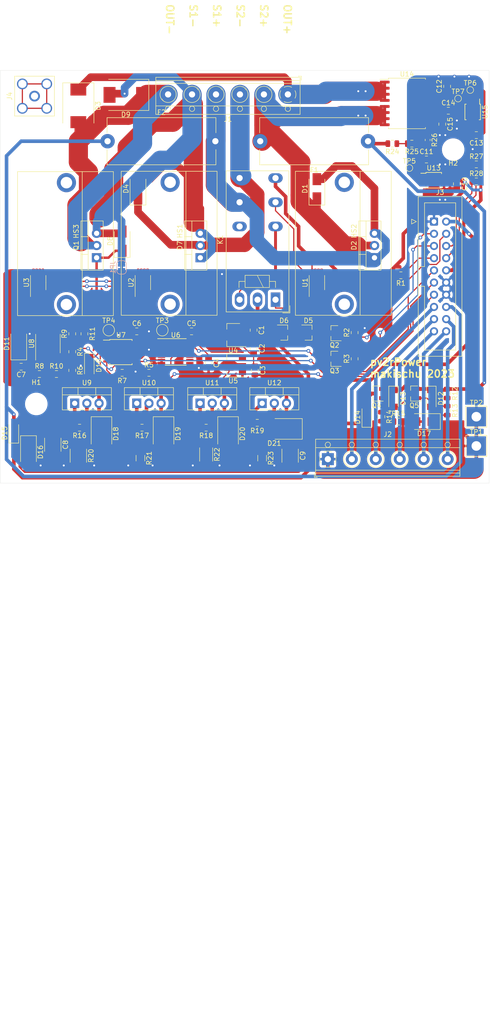
<source format=kicad_pcb>
(kicad_pcb (version 20171130) (host pcbnew 5.1.5+dfsg1-2build2)
  (layers (0 Front signal) (31 Back signal) (35 F.Paste user) (37 F.SilkS user) (38 B.Mask user) (39 F.Mask user) (44 Edge.Cuts user))
  (net 0 "")
  (net 1 GND)
  (net 2 S2+Fused)
  (net 3 S2-)
  (net 4 S1-)
  (net 5 S1+)
  (net 6 SCL)
  (net 7 SDA)
  (net 8 V33P)
  (net 9 1W)
  (net 10 R_SET)
  (net 11 V24)
  (net 12 R_RESET)
  (net 13 "Net-(U2-Pad2)")
  (net 14 "Net-(U3-Pad2)")
  (net 15 "Net-(U3-Pad3)")
  (net 16 "Net-(U3-Pad5)")
  (net 17 "Net-(U3-Pad6)")
  (net 18 "Net-(U3-Pad7)")
  (net 19 S1+Fused)
  (net 20 LOGIC2)
  (net 21 LOGIC3)
  (net 22 LOGIC4)
  (net 23 LOGIC5)
  (net 24 "Net-(K1-Pad22)")
  (net 25 GATE_DRV_VCC)
  (net 26 PWR_OUT-)
  (net 27 "Net-(HS1-Pad1)")
  (net 28 "Net-(HS2-Pad1)")
  (net 29 "Net-(HS3-Pad1)")
  (net 30 R_STATUS)
  (net 31 GATE_DRV_IN)
  (net 32 "Net-(K1-Pad11)")
  (net 33 GATE_LOGIC_VCC)
  (net 34 S+)
  (net 35 "Net-(C11-Pad1)")
  (net 36 "Net-(C14-Pad1)")
  (net 37 "Net-(C15-Pad1)")
  (net 38 S2+)
  (net 39 PWR_OUT+)
  (net 40 "Net-(D5-Pad3)")
  (net 41 "Net-(D5-Pad1)")
  (net 42 "Net-(D6-Pad3)")
  (net 43 "Net-(D6-Pad1)")
  (net 44 /pv2rGateDrv/FET_GATE)
  (net 45 "Net-(D10-Pad1)")
  (net 46 "Net-(D12-Pad2)")
  (net 47 "Net-(D13-Pad2)")
  (net 48 S2+_IfLow)
  (net 49 "Net-(D17-Pad1)")
  (net 50 "Net-(D18-Pad2)")
  (net 51 "Net-(D19-Pad2)")
  (net 52 "Net-(D20-Pad2)")
  (net 53 LOGIC6)
  (net 54 FET_START)
  (net 55 FET_EN)
  (net 56 FET_STATUS)
  (net 57 "Net-(J4-Pad1)")
  (net 58 "Net-(J4-Pad2)")
  (net 59 GATE_DRV_OUT)
  (net 60 "Net-(R5-Pad2)")
  (net 61 "Net-(R14-Pad2)")
  (net 62 "Net-(R16-Pad2)")
  (net 63 "Net-(R17-Pad2)")
  (net 64 "Net-(R18-Pad2)")
  (net 65 "Net-(R19-Pad2)")
  (net 66 "Net-(R24-Pad1)")
  (net 67 /pv2rGateDrv/START_ARMED)
  (net 68 /pv2rGateDrv/__DRV_OUT)
  (net 69 "Net-(TP6-Pad1)")
  (net 70 "Net-(U1-Pad2)")
  (net 71 "Net-(U1-Pad3)")
  (net 72 "Net-(U1-Pad5)")
  (net 73 "Net-(U1-Pad6)")
  (net 74 "Net-(U1-Pad7)")
  (net 75 "Net-(U2-Pad7)")
  (net 76 "Net-(U2-Pad6)")
  (net 77 "Net-(U2-Pad5)")
  (net 78 "Net-(U2-Pad3)")
  (net 79 "Net-(U6-Pad10)")
  (net 80 "Net-(U6-Pad9)")
  (net 81 "Net-(U6-Pad2)")
  (net 82 "Net-(U7-Pad11)")
  (net 83 "Net-(U13-Pad2)")
  (net 84 "Net-(U14-Pad13)")
  (net 85 "Net-(U15-Pad2)")
  (module TestPoint:TestPoint_Pad_D1.0mm (layer Front) (at 150.622 55.372)
    (fp_text reference TP7 (at 0 -1.448) (layer F.SilkS))
    (fp_text value TestPoint)
    (pad 1 smd circle (at 0 0) (size 1 1) (layers Front F.Mask) (net 37 "Net-(C15-Pad1)"))
  )
  (module TestPoint:TestPoint_Pad_D1.0mm (layer Front) (at 153.162 53.594)
    (fp_text reference TP6 (at 0 -1.448) (layer F.SilkS))
    (fp_text value TestPoint)
    (pad 1 smd circle (at 0 0) (size 1 1) (layers Front F.Mask) (net 69 "Net-(TP6-Pad1)"))
  )
  (module TestPoint:TestPoint_Pad_D1.0mm (layer Front) (at 140.462 69.85)
    (fp_text reference TP5 (at 0 -1.448) (layer F.SilkS))
    (fp_text value TestPoint)
    (pad 1 smd circle (at 0 0) (size 1 1) (layers Front F.Mask) (net 35 "Net-(C11-Pad1)"))
  )
  (module myheatsink:Heatsink_Fischer_SK525_30_ST_TO220_2xDrill2.5mm (layer Front) (at 133.176001 85.531999 90)
    (fp_text reference HS2 (at 2.54 -4.27 90) (layer F.SilkS))
    (fp_text value "SK 525 30 ST")
    (pad 1 thru_hole circle (at 12.7 -6.3 90) (size 4 4) (drill 2.4) (layers *.Cu *.Mask) (net 28 "Net-(HS2-Pad1)"))
    (pad 1 thru_hole circle (at -12.7 -6.3 90) (size 4 4) (drill 2.4) (layers *.Cu *.Mask) (net 28 "Net-(HS2-Pad1)"))
  )
  (module Package_SO:MSOP-8_3x3mm_P0.65mm (layer Front) (at 121.158 93.726 90)
    (fp_text reference U1 (at 0 -2.45 90) (layer F.SilkS))
    (fp_text value DNP)
    (pad 1 smd roundrect (at -2.1125 -0.975 90) (size 1.625 0.5) (layers Front F.Paste F.Mask) (net 9 1W))
    (pad 2 smd roundrect (at -2.1125 -0.325 90) (size 1.625 0.5) (layers Front F.Paste F.Mask) (net 70 "Net-(U1-Pad2)"))
    (pad 3 smd roundrect (at -2.1125 0.325 90) (size 1.625 0.5) (layers Front F.Paste F.Mask) (net 71 "Net-(U1-Pad3)"))
    (pad 4 smd roundrect (at -2.1125 0.975 90) (size 1.625 0.5) (layers Front F.Paste F.Mask) (net 1 GND))
    (pad 5 smd roundrect (at 2.1125 0.975 90) (size 1.625 0.5) (layers Front F.Paste F.Mask) (net 72 "Net-(U1-Pad5)"))
    (pad 6 smd roundrect (at 2.1125 0.325 90) (size 1.625 0.5) (layers Front F.Paste F.Mask) (net 73 "Net-(U1-Pad6)"))
    (pad 7 smd roundrect (at 2.1125 -0.325 90) (size 1.625 0.5) (layers Front F.Paste F.Mask) (net 74 "Net-(U1-Pad7)"))
    (pad 8 smd roundrect (at 2.1125 -0.975 90) (size 1.625 0.5) (layers Front F.Paste F.Mask) (net 8 V33P))
  )
  (module Package_SO:TSSOP-16_4.4x5mm_P0.65mm (layer Front) (at 91.694 108.204)
    (fp_text reference U6 (at 0 -3.55) (layer F.SilkS))
    (fp_text value CD4043BPWR)
    (pad 16 smd rect (at 2.95 -2.275) (size 1.5 0.45) (layers Front F.Paste F.Mask) (net 33 GATE_LOGIC_VCC))
    (pad 15 smd rect (at 2.95 -1.625) (size 1.5 0.45) (layers Front F.Paste F.Mask) (net 60 "Net-(R5-Pad2)"))
    (pad 14 smd rect (at 2.95 -0.975) (size 1.5 0.45) (layers Front F.Paste F.Mask) (net 54 FET_START))
    (pad 13 smd rect (at 2.95 -0.325) (size 1.5 0.45) (layers Front F.Paste F.Mask))
    (pad 12 smd rect (at 2.95 0.325) (size 1.5 0.45) (layers Front F.Paste F.Mask) (net 1 GND))
    (pad 11 smd rect (at 2.95 0.975) (size 1.5 0.45) (layers Front F.Paste F.Mask) (net 1 GND))
    (pad 10 smd rect (at 2.95 1.625) (size 1.5 0.45) (layers Front F.Paste F.Mask) (net 79 "Net-(U6-Pad10)"))
    (pad 9 smd rect (at 2.95 2.275) (size 1.5 0.45) (layers Front F.Paste F.Mask) (net 80 "Net-(U6-Pad9)"))
    (pad 8 smd rect (at -2.95 2.275) (size 1.5 0.45) (layers Front F.Paste F.Mask) (net 1 GND))
    (pad 7 smd rect (at -2.95 1.625) (size 1.5 0.45) (layers Front F.Paste F.Mask) (net 1 GND))
    (pad 6 smd rect (at -2.95 0.975) (size 1.5 0.45) (layers Front F.Paste F.Mask) (net 1 GND))
    (pad 5 smd rect (at -2.95 0.325) (size 1.5 0.45) (layers Front F.Paste F.Mask) (net 33 GATE_LOGIC_VCC))
    (pad 4 smd rect (at -2.95 -0.325) (size 1.5 0.45) (layers Front F.Paste F.Mask) (net 1 GND))
    (pad 3 smd rect (at -2.95 -0.975) (size 1.5 0.45) (layers Front F.Paste F.Mask) (net 1 GND))
    (pad 2 smd rect (at -2.95 -1.625) (size 1.5 0.45) (layers Front F.Paste F.Mask) (net 81 "Net-(U6-Pad2)"))
    (pad 1 smd rect (at -2.95 -2.275) (size 1.5 0.45) (layers Front F.Paste F.Mask) (net 67 /pv2rGateDrv/START_ARMED))
  )
  (module Relay_THT:Relay_DPDT_Schrack-RT2-FormC-Dual-Coil_RM5mm (layer Front) (at 112.522 97.282 90)
    (fp_text reference K1 (at 12.5 -11.5 90) (layer F.SilkS))
    (fp_text value RT424F24)
    (pad A3 thru_hole oval (at 0 -3.75 270) (size 3 2) (drill 1.3) (layers *.Cu *.Mask) (net 11 V24))
    (pad A1 thru_hole rect (at 0 0 270) (size 3 2) (drill 1.3) (layers *.Cu *.Mask) (net 40 "Net-(D5-Pad3)"))
    (pad A2 thru_hole oval (at 0 -7.5 270) (size 3 2) (drill 1.3) (layers *.Cu *.Mask) (net 42 "Net-(D6-Pad3)"))
    (pad 11 thru_hole oval (at 20.3 0 270) (size 2 3) (drill 1.3) (layers *.Cu *.Mask) (net 32 "Net-(K1-Pad11)"))
    (pad 24 thru_hole oval (at 25.34 -7.5 270) (size 2 3) (drill 1.3) (layers *.Cu *.Mask) (net 3 S2-))
    (pad 22 thru_hole oval (at 15.26 -7.5 270) (size 2 3) (drill 1.3) (layers *.Cu *.Mask) (net 24 "Net-(K1-Pad22)"))
    (pad 12 thru_hole oval (at 15.26 0 270) (size 2 3) (drill 1.3) (layers *.Cu *.Mask) (net 1 GND))
    (pad 21 thru_hole oval (at 20.3 -7.5 270) (size 2 3) (drill 1.3) (layers *.Cu *.Mask) (net 5 S1+))
    (pad 14 thru_hole oval (at 25.34 0 270) (size 2 3) (drill 1.3) (layers *.Cu *.Mask) (net 8 V33P))
  )
  (module Package_TO_SOT_THT:TO-220-3_Vertical (layer Front) (at 109.728 118.872)
    (fp_text reference U12 (at 2.54 -4.27) (layer F.SilkS))
    (fp_text value LM317K-TA3-T)
    (pad 3 thru_hole oval (at 5.08 0) (size 1.905 2) (drill 1.1) (layers *.Cu *.Mask) (net 52 "Net-(D20-Pad2)"))
    (pad 2 thru_hole oval (at 2.54 0) (size 1.905 2) (drill 1.1) (layers *.Cu *.Mask) (net 11 V24))
    (pad 1 thru_hole rect (at 0 0) (size 1.905 2) (drill 1.1) (layers *.Cu *.Mask) (net 65 "Net-(R19-Pad2)"))
  )
  (module Package_TO_SOT_THT:TO-220-3_Vertical (layer Front) (at 96.774 118.872)
    (fp_text reference U11 (at 2.54 -4.27) (layer F.SilkS))
    (fp_text value LM317K-TA3-T)
    (pad 3 thru_hole oval (at 5.08 0) (size 1.905 2) (drill 1.1) (layers *.Cu *.Mask) (net 51 "Net-(D19-Pad2)"))
    (pad 2 thru_hole oval (at 2.54 0) (size 1.905 2) (drill 1.1) (layers *.Cu *.Mask) (net 52 "Net-(D20-Pad2)"))
    (pad 1 thru_hole rect (at 0 0) (size 1.905 2) (drill 1.1) (layers *.Cu *.Mask) (net 64 "Net-(R18-Pad2)"))
  )
  (module Package_TO_SOT_THT:TO-220-3_Vertical (layer Front) (at 83.566 118.872)
    (fp_text reference U10 (at 2.54 -4.27) (layer F.SilkS))
    (fp_text value LM317K-TA3-T)
    (pad 3 thru_hole oval (at 5.08 0) (size 1.905 2) (drill 1.1) (layers *.Cu *.Mask) (net 50 "Net-(D18-Pad2)"))
    (pad 2 thru_hole oval (at 2.54 0) (size 1.905 2) (drill 1.1) (layers *.Cu *.Mask) (net 51 "Net-(D19-Pad2)"))
    (pad 1 thru_hole rect (at 0 0) (size 1.905 2) (drill 1.1) (layers *.Cu *.Mask) (net 63 "Net-(R17-Pad2)"))
  )
  (module Package_TO_SOT_THT:TO-220-3_Vertical (layer Front) (at 70.612 118.872)
    (fp_text reference U9 (at 2.54 -4.27) (layer F.SilkS))
    (fp_text value LM317K-TA3-T)
    (pad 3 thru_hole oval (at 5.08 0) (size 1.905 2) (drill 1.1) (layers *.Cu *.Mask) (net 34 S+))
    (pad 2 thru_hole oval (at 2.54 0) (size 1.905 2) (drill 1.1) (layers *.Cu *.Mask) (net 50 "Net-(D18-Pad2)"))
    (pad 1 thru_hole rect (at 0 0) (size 1.905 2) (drill 1.1) (layers *.Cu *.Mask) (net 62 "Net-(R16-Pad2)"))
  )
  (module Package_SO:TSSOP-10_3x3mm_P0.5mm (layer Front) (at 153.67 58.166 270)
    (fp_text reference U15 (at 0 -2.55 90) (layer F.SilkS))
    (fp_text value ADS1115IDGS)
    (pad 10 smd rect (at 2.15 -1 270) (size 1.1 0.25) (layers Front F.Paste F.Mask) (net 6 SCL))
    (pad 9 smd rect (at 2.15 -0.5 270) (size 1.1 0.25) (layers Front F.Paste F.Mask) (net 7 SDA))
    (pad 8 smd rect (at 2.15 0 270) (size 1.1 0.25) (layers Front F.Paste F.Mask) (net 8 V33P))
    (pad 7 smd rect (at 2.15 0.5 270) (size 1.1 0.25) (layers Front F.Paste F.Mask) (net 1 GND))
    (pad 6 smd rect (at 2.15 1 270) (size 1.1 0.25) (layers Front F.Paste F.Mask) (net 1 GND))
    (pad 5 smd rect (at -2.15 1 270) (size 1.1 0.25) (layers Front F.Paste F.Mask) (net 37 "Net-(C15-Pad1)"))
    (pad 4 smd rect (at -2.15 0.5 270) (size 1.1 0.25) (layers Front F.Paste F.Mask) (net 69 "Net-(TP6-Pad1)"))
    (pad 3 smd rect (at -2.15 0 270) (size 1.1 0.25) (layers Front F.Paste F.Mask) (net 1 GND))
    (pad 2 smd rect (at -2.15 -0.5 270) (size 1.1 0.25) (layers Front F.Paste F.Mask) (net 85 "Net-(U15-Pad2)"))
    (pad 1 smd rect (at -2.15 -1 270) (size 1.1 0.25) (layers Front F.Paste F.Mask) (net 8 V33P))
  )
  (module Package_SO:SOIC-16W_7.5x10.3mm_P1.27mm (layer Front) (at 139.954 56.388)
    (fp_text reference U14 (at 0 -6.1) (layer F.SilkS))
    (fp_text value ACS710KLATR-12CB-T)
    (pad 16 smd roundrect (at 4.65 -4.445) (size 2.05 0.6) (layers Front F.Paste F.Mask) (net 1 GND))
    (pad 15 smd roundrect (at 4.65 -3.175) (size 2.05 0.6) (layers Front F.Paste F.Mask) (net 8 V33P))
    (pad 14 smd roundrect (at 4.65 -1.905) (size 2.05 0.6) (layers Front F.Paste F.Mask) (net 8 V33P))
    (pad 13 smd roundrect (at 4.65 -0.635) (size 2.05 0.6) (layers Front F.Paste F.Mask) (net 84 "Net-(U14-Pad13)"))
    (pad 12 smd roundrect (at 4.65 0.635) (size 2.05 0.6) (layers Front F.Paste F.Mask) (net 69 "Net-(TP6-Pad1)"))
    (pad 11 smd roundrect (at 4.65 1.905) (size 2.05 0.6) (layers Front F.Paste F.Mask) (net 36 "Net-(C14-Pad1)"))
    (pad 10 smd roundrect (at 4.65 3.175) (size 2.05 0.6) (layers Front F.Paste F.Mask) (net 37 "Net-(C15-Pad1)"))
    (pad 9 smd roundrect (at 4.65 4.445) (size 2.05 0.6) (layers Front F.Paste F.Mask) (net 1 GND))
    (pad 8 smd roundrect (at -4.65 4.445) (size 2.05 0.6) (layers Front F.Paste F.Mask) (net 38 S2+))
    (pad 7 smd roundrect (at -4.65 3.175) (size 2.05 0.6) (layers Front F.Paste F.Mask) (net 38 S2+))
    (pad 6 smd roundrect (at -4.65 1.905) (size 2.05 0.6) (layers Front F.Paste F.Mask) (net 38 S2+))
    (pad 5 smd roundrect (at -4.65 0.635) (size 2.05 0.6) (layers Front F.Paste F.Mask) (net 38 S2+))
    (pad 4 smd roundrect (at -4.65 -0.635) (size 2.05 0.6) (layers Front F.Paste F.Mask) (net 39 PWR_OUT+))
    (pad 3 smd roundrect (at -4.65 -1.905) (size 2.05 0.6) (layers Front F.Paste F.Mask) (net 39 PWR_OUT+))
    (pad 2 smd roundrect (at -4.65 -3.175) (size 2.05 0.6) (layers Front F.Paste F.Mask) (net 39 PWR_OUT+))
    (pad 1 smd roundrect (at -4.65 -4.445) (size 2.05 0.6) (layers Front F.Paste F.Mask) (net 39 PWR_OUT+))
  )
  (module Package_SO:TSSOP-10_3x3mm_P0.5mm (layer Front) (at 145.542 72.39)
    (fp_text reference U13 (at 0 -2.55) (layer F.SilkS))
    (fp_text value ADS1115IDGS)
    (pad 10 smd rect (at 2.15 -1) (size 1.1 0.25) (layers Front F.Paste F.Mask) (net 6 SCL))
    (pad 9 smd rect (at 2.15 -0.5) (size 1.1 0.25) (layers Front F.Paste F.Mask) (net 7 SDA))
    (pad 8 smd rect (at 2.15 0) (size 1.1 0.25) (layers Front F.Paste F.Mask) (net 8 V33P))
    (pad 7 smd rect (at 2.15 0.5) (size 1.1 0.25) (layers Front F.Paste F.Mask) (net 1 GND))
    (pad 6 smd rect (at 2.15 1) (size 1.1 0.25) (layers Front F.Paste F.Mask) (net 1 GND))
    (pad 5 smd rect (at -2.15 1) (size 1.1 0.25) (layers Front F.Paste F.Mask) (net 35 "Net-(C11-Pad1)"))
    (pad 4 smd rect (at -2.15 0.5) (size 1.1 0.25) (layers Front F.Paste F.Mask) (net 1 GND))
    (pad 3 smd rect (at -2.15 0) (size 1.1 0.25) (layers Front F.Paste F.Mask) (net 1 GND))
    (pad 2 smd rect (at -2.15 -0.5) (size 1.1 0.25) (layers Front F.Paste F.Mask) (net 83 "Net-(U13-Pad2)"))
    (pad 1 smd rect (at -2.15 -1) (size 1.1 0.25) (layers Front F.Paste F.Mask) (net 1 GND))
  )
  (module Package_SO:SOIC-8_3.9x4.9mm_P1.27mm (layer Front) (at 65.024 106.426 90)
    (fp_text reference U8 (at 0 -3.4 90) (layer F.SilkS))
    (fp_text value XJNG2103)
    (pad 8 smd roundrect (at 2.475 -1.905 90) (size 1.95 0.6) (layers Front F.Paste F.Mask) (net 1 GND))
    (pad 7 smd roundrect (at 2.475 -0.635 90) (size 1.95 0.6) (layers Front F.Paste F.Mask) (net 1 GND))
    (pad 6 smd roundrect (at 2.475 0.635 90) (size 1.95 0.6) (layers Front F.Paste F.Mask) (net 1 GND))
    (pad 5 smd roundrect (at 2.475 1.905 90) (size 1.95 0.6) (layers Front F.Paste F.Mask) (net 59 GATE_DRV_OUT))
    (pad 4 smd roundrect (at -2.475 1.905 90) (size 1.95 0.6) (layers Front F.Paste F.Mask) (net 1 GND))
    (pad 3 smd roundrect (at -2.475 0.635 90) (size 1.95 0.6) (layers Front F.Paste F.Mask) (net 31 GATE_DRV_IN))
    (pad 2 smd roundrect (at -2.475 -0.635 90) (size 1.95 0.6) (layers Front F.Paste F.Mask) (net 1 GND))
    (pad 1 smd roundrect (at -2.475 -1.905 90) (size 1.95 0.6) (layers Front F.Paste F.Mask) (net 25 GATE_DRV_VCC))
  )
  (module Package_SO:TSSOP-14_4.4x5mm_P0.65mm (layer Front) (at 80.264 108.204)
    (fp_text reference U7 (at 0 -3.55) (layer F.SilkS))
    (fp_text value CD4093BPWR)
    (pad 14 smd rect (at 2.95 -1.95) (size 1.45 0.45) (layers Front F.Paste F.Mask) (net 33 GATE_LOGIC_VCC))
    (pad 13 smd rect (at 2.95 -1.3) (size 1.45 0.45) (layers Front F.Paste F.Mask) (net 68 /pv2rGateDrv/__DRV_OUT))
    (pad 12 smd rect (at 2.95 -0.65) (size 1.45 0.45) (layers Front F.Paste F.Mask) (net 67 /pv2rGateDrv/START_ARMED))
    (pad 11 smd rect (at 2.95 0) (size 1.45 0.45) (layers Front F.Paste F.Mask) (net 82 "Net-(U7-Pad11)"))
    (pad 10 smd rect (at 2.95 0.65) (size 1.45 0.45) (layers Front F.Paste F.Mask) (net 31 GATE_DRV_IN))
    (pad 9 smd rect (at 2.95 1.3) (size 1.45 0.45) (layers Front F.Paste F.Mask) (net 82 "Net-(U7-Pad11)"))
    (pad 8 smd rect (at 2.95 1.95) (size 1.45 0.45) (layers Front F.Paste F.Mask) (net 55 FET_EN))
    (pad 7 smd rect (at -2.95 1.95) (size 1.45 0.45) (layers Front F.Paste F.Mask) (net 1 GND))
    (pad 6 smd rect (at -2.95 1.3) (size 1.45 0.45) (layers Front F.Paste F.Mask) (net 68 /pv2rGateDrv/__DRV_OUT))
    (pad 5 smd rect (at -2.95 0.65) (size 1.45 0.45) (layers Front F.Paste F.Mask) (net 68 /pv2rGateDrv/__DRV_OUT))
    (pad 4 smd rect (at -2.95 0) (size 1.45 0.45) (layers Front F.Paste F.Mask) (net 56 FET_STATUS))
    (pad 3 smd rect (at -2.95 -0.65) (size 1.45 0.45) (layers Front F.Paste F.Mask) (net 68 /pv2rGateDrv/__DRV_OUT))
    (pad 2 smd rect (at -2.95 -1.3) (size 1.45 0.45) (layers Front F.Paste F.Mask) (net 45 "Net-(D10-Pad1)"))
    (pad 1 smd rect (at -2.95 -1.95) (size 1.45 0.45) (layers Front F.Paste F.Mask) (net 45 "Net-(D10-Pad1)"))
  )
  (module Package_TO_SOT_SMD:SOT-89-3 (layer Front) (at 104.14 110.998 180)
    (fp_text reference U5 (at 0.45 -3.2) (layer F.SilkS))
    (fp_text value "HT7533-1 C14289")
    (pad 2 smd trapezoid (at -0.0762 0 270) (size 1.5 1) (rect_delta 0 0.7) (layers Front F.Paste F.Mask) (net 25 GATE_DRV_VCC))
    (pad 2 smd rect (at 1.3335 0 90) (size 2.2 1.84) (layers Front F.Paste F.Mask) (net 25 GATE_DRV_VCC))
    (pad 3 smd rect (at -1.48 1.5 90) (size 1 1.5) (layers Front F.Paste F.Mask) (net 33 GATE_LOGIC_VCC))
    (pad 2 smd rect (at -1.3335 0 90) (size 1 1.8) (layers Front F.Paste F.Mask) (net 25 GATE_DRV_VCC))
    (pad 1 smd rect (at -1.48 -1.5 90) (size 1 1.5) (layers Front F.Paste F.Mask) (net 1 GND))
    (pad 2 smd trapezoid (at 2.667 0 90) (size 1.6 0.85) (rect_delta 0 0.6) (layers Front F.Paste F.Mask) (net 25 GATE_DRV_VCC))
  )
  (module Package_TO_SOT_SMD:SOT-89-3 (layer Front) (at 104.14 104.648 180)
    (fp_text reference U4 (at 0.45 -3.2) (layer F.SilkS))
    (fp_text value "L78L12_SOT89 C347272")
    (pad 2 smd trapezoid (at -0.0762 0 270) (size 1.5 1) (rect_delta 0 0.7) (layers Front F.Paste F.Mask) (net 1 GND))
    (pad 2 smd rect (at 1.3335 0 90) (size 2.2 1.84) (layers Front F.Paste F.Mask) (net 1 GND))
    (pad 3 smd rect (at -1.48 1.5 90) (size 1 1.5) (layers Front F.Paste F.Mask) (net 11 V24))
    (pad 2 smd rect (at -1.3335 0 90) (size 1 1.8) (layers Front F.Paste F.Mask) (net 1 GND))
    (pad 1 smd rect (at -1.48 -1.5 90) (size 1 1.5) (layers Front F.Paste F.Mask) (net 25 GATE_DRV_VCC))
    (pad 2 smd trapezoid (at 2.667 0 90) (size 1.6 0.85) (rect_delta 0 0.6) (layers Front F.Paste F.Mask) (net 1 GND))
  )
  (module Package_SO:MSOP-8_3x3mm_P0.65mm (layer Front) (at 62.992 93.726 90)
    (fp_text reference U3 (at 0 -2.45 90) (layer F.SilkS))
    (fp_text value DNP)
    (pad 8 smd roundrect (at 2.1125 -0.975 90) (size 1.625 0.5) (layers Front F.Paste F.Mask) (net 8 V33P))
    (pad 7 smd roundrect (at 2.1125 -0.325 90) (size 1.625 0.5) (layers Front F.Paste F.Mask) (net 18 "Net-(U3-Pad7)"))
    (pad 6 smd roundrect (at 2.1125 0.325 90) (size 1.625 0.5) (layers Front F.Paste F.Mask) (net 17 "Net-(U3-Pad6)"))
    (pad 5 smd roundrect (at 2.1125 0.975 90) (size 1.625 0.5) (layers Front F.Paste F.Mask) (net 16 "Net-(U3-Pad5)"))
    (pad 4 smd roundrect (at -2.1125 0.975 90) (size 1.625 0.5) (layers Front F.Paste F.Mask) (net 1 GND))
    (pad 3 smd roundrect (at -2.1125 0.325 90) (size 1.625 0.5) (layers Front F.Paste F.Mask) (net 15 "Net-(U3-Pad3)"))
    (pad 2 smd roundrect (at -2.1125 -0.325 90) (size 1.625 0.5) (layers Front F.Paste F.Mask) (net 14 "Net-(U3-Pad2)"))
    (pad 1 smd roundrect (at -2.1125 -0.975 90) (size 1.625 0.5) (layers Front F.Paste F.Mask) (net 9 1W))
  )
  (module Package_SO:MSOP-8_3x3mm_P0.65mm (layer Front) (at 84.836 93.726 90)
    (fp_text reference U2 (at 0 -2.45 90) (layer F.SilkS))
    (fp_text value DS18B20U)
    (pad 8 smd roundrect (at 2.1125 -0.975 90) (size 1.625 0.5) (layers Front F.Paste F.Mask) (net 8 V33P))
    (pad 7 smd roundrect (at 2.1125 -0.325 90) (size 1.625 0.5) (layers Front F.Paste F.Mask) (net 75 "Net-(U2-Pad7)"))
    (pad 6 smd roundrect (at 2.1125 0.325 90) (size 1.625 0.5) (layers Front F.Paste F.Mask) (net 76 "Net-(U2-Pad6)"))
    (pad 5 smd roundrect (at 2.1125 0.975 90) (size 1.625 0.5) (layers Front F.Paste F.Mask) (net 77 "Net-(U2-Pad5)"))
    (pad 4 smd roundrect (at -2.1125 0.975 90) (size 1.625 0.5) (layers Front F.Paste F.Mask) (net 1 GND))
    (pad 3 smd roundrect (at -2.1125 0.325 90) (size 1.625 0.5) (layers Front F.Paste F.Mask) (net 78 "Net-(U2-Pad3)"))
    (pad 2 smd roundrect (at -2.1125 -0.325 90) (size 1.625 0.5) (layers Front F.Paste F.Mask) (net 13 "Net-(U2-Pad2)"))
    (pad 1 smd roundrect (at -2.1125 -0.975 90) (size 1.625 0.5) (layers Front F.Paste F.Mask) (net 9 1W))
  )
  (module TestPoint:TestPoint_Pad_D2.0mm (layer Front) (at 77.724 103.632)
    (fp_text reference TP4 (at 0 -1.998) (layer F.SilkS))
    (fp_text value TestPoint)
    (pad 1 smd circle (at 0 0) (size 2 2) (layers Front F.Mask) (net 68 /pv2rGateDrv/__DRV_OUT))
  )
  (module TestPoint:TestPoint_Pad_D2.0mm (layer Front) (at 88.9 103.632)
    (fp_text reference TP3 (at 0 -1.998) (layer F.SilkS))
    (fp_text value TestPoint)
    (pad 1 smd circle (at 0 0) (size 2 2) (layers Front F.Mask) (net 67 /pv2rGateDrv/START_ARMED))
  )
  (module Resistor_SMD:R_0805_2012Metric (layer Front) (at 154.432 72.644)
    (fp_text reference R28 (at 0 -1.65) (layer F.SilkS))
    (fp_text value "DNP 4.7K")
    (pad 2 smd roundrect (at 0.9375 0) (size 0.975 1.4) (layers Front F.Paste F.Mask) (net 8 V33P))
    (pad 1 smd roundrect (at -0.9375 0) (size 0.975 1.4) (layers Front F.Paste F.Mask) (net 7 SDA))
  )
  (module Resistor_SMD:R_0805_2012Metric (layer Front) (at 154.432 69.088)
    (fp_text reference R27 (at 0 -1.65) (layer F.SilkS))
    (fp_text value "DNP 4.7K")
    (pad 2 smd roundrect (at 0.9375 0) (size 0.975 1.4) (layers Front F.Paste F.Mask) (net 8 V33P))
    (pad 1 smd roundrect (at -0.9375 0) (size 0.975 1.4) (layers Front F.Paste F.Mask) (net 6 SCL))
  )
  (module Resistor_SMD:R_0603_1608Metric (layer Front) (at 144.272 64.008 270)
    (fp_text reference R26 (at 0 -1.43 90) (layer F.SilkS))
    (fp_text value "6.8k RT0603BRE076K8L")
    (pad 2 smd roundrect (at 0.7875 0 270) (size 0.875 0.95) (layers Front F.Paste F.Mask) (net 35 "Net-(C11-Pad1)"))
    (pad 1 smd roundrect (at -0.7875 0 270) (size 0.875 0.95) (layers Front F.Paste F.Mask) (net 1 GND))
  )
  (module Resistor_SMD:R_0805_2012Metric (layer Front) (at 140.97 64.77 180)
    (fp_text reference R25 (at 0 -1.65) (layer F.SilkS))
    (fp_text value 1M)
    (pad 2 smd roundrect (at 0.9375 0 180) (size 0.975 1.4) (layers Front F.Paste F.Mask) (net 66 "Net-(R24-Pad1)"))
    (pad 1 smd roundrect (at -0.9375 0 180) (size 0.975 1.4) (layers Front F.Paste F.Mask) (net 35 "Net-(C11-Pad1)"))
  )
  (module Resistor_SMD:R_0805_2012Metric (layer Front) (at 136.906 64.77 180)
    (fp_text reference R24 (at 0 -1.65) (layer F.SilkS))
    (fp_text value 1M)
    (pad 2 smd roundrect (at 0.9375 0 180) (size 0.975 1.4) (layers Front F.Paste F.Mask) (net 2 S2+Fused))
    (pad 1 smd roundrect (at -0.9375 0 180) (size 0.975 1.4) (layers Front F.Paste F.Mask) (net 66 "Net-(R24-Pad1)"))
  )
  (module Resistor_SMD:R_1206_3216Metric (layer Front) (at 109.728 130.302 270)
    (fp_text reference R23 (at 0 -1.82 90) (layer F.SilkS))
    (fp_text value "4870 RS-06K4871FT")
    (pad 2 smd roundrect (at 1.4 0 270) (size 1.25 1.75) (layers Front F.Paste F.Mask) (roundrect_rratio 0.2) (net 1 GND))
    (pad 1 smd roundrect (at -1.4 0 270) (size 1.25 1.75) (layers Front F.Paste F.Mask) (roundrect_rratio 0.2) (net 65 "Net-(R19-Pad2)"))
  )
  (module Resistor_SMD:R_2010_5025Metric (layer Front) (at 98.044 129.54 270)
    (fp_text reference R22 (at 0 -2.28 90) (layer F.SilkS))
    (fp_text value "20k RS-10K2002FT")
    (pad 2 smd roundrect (at 2.25 0 270) (size 1.35 2.65) (layers Front F.Paste F.Mask) (roundrect_rratio 0.185185) (net 1 GND))
    (pad 1 smd roundrect (at -2.25 0 270) (size 1.35 2.65) (layers Front F.Paste F.Mask) (roundrect_rratio 0.185185) (net 64 "Net-(R18-Pad2)"))
  )
  (module Resistor_SMD:R_1206_3216Metric (layer Front) (at 84.328 130.302 270)
    (fp_text reference R21 (at 0 -1.82 90) (layer F.SilkS))
    (fp_text value "45300 WR12X4532FTL")
    (pad 2 smd roundrect (at 1.4 0 270) (size 1.25 1.75) (layers Front F.Paste F.Mask) (roundrect_rratio 0.2) (net 1 GND))
    (pad 1 smd roundrect (at -1.4 0 270) (size 1.25 1.75) (layers Front F.Paste F.Mask) (roundrect_rratio 0.2) (net 63 "Net-(R17-Pad2)"))
  )
  (module Resistor_SMD:R_1812_4532Metric (layer Front) (at 71.374 129.794 270)
    (fp_text reference R20 (at 0 -2.65 90) (layer F.SilkS))
    (fp_text value "62000 CR1812F62K0E04Z")
    (pad 2 smd roundrect (at 2.1375 0 270) (size 1.125 3.4) (layers Front F.Paste F.Mask) (roundrect_rratio 0.222222) (net 1 GND))
    (pad 1 smd roundrect (at -2.1375 0 270) (size 1.125 3.4) (layers Front F.Paste F.Mask) (roundrect_rratio 0.222222) (net 62 "Net-(R16-Pad2)"))
  )
  (module Resistor_SMD:R_0805_2012Metric (layer Front) (at 108.712 122.936 180)
    (fp_text reference R19 (at 0 -1.65) (layer F.SilkS))
    (fp_text value 270)
    (pad 2 smd roundrect (at 0.9375 0 180) (size 0.975 1.4) (layers Front F.Paste F.Mask) (net 65 "Net-(R19-Pad2)"))
    (pad 1 smd roundrect (at -0.9375 0 180) (size 0.975 1.4) (layers Front F.Paste F.Mask) (net 11 V24))
  )
  (module Resistor_SMD:R_0805_2012Metric (layer Front) (at 98.044 123.952 180)
    (fp_text reference R18 (at 0 -1.65) (layer F.SilkS))
    (fp_text value 470)
    (pad 2 smd roundrect (at 0.9375 0 180) (size 0.975 1.4) (layers Front F.Paste F.Mask) (net 64 "Net-(R18-Pad2)"))
    (pad 1 smd roundrect (at -0.9375 0 180) (size 0.975 1.4) (layers Front F.Paste F.Mask) (net 52 "Net-(D20-Pad2)"))
  )
  (module Resistor_SMD:R_0805_2012Metric (layer Front) (at 84.6605 123.952 180)
    (fp_text reference R17 (at 0 -1.65) (layer F.SilkS))
    (fp_text value 680)
    (pad 2 smd roundrect (at 0.9375 0 180) (size 0.975 1.4) (layers Front F.Paste F.Mask) (net 63 "Net-(R17-Pad2)"))
    (pad 1 smd roundrect (at -0.9375 0 180) (size 0.975 1.4) (layers Front F.Paste F.Mask) (net 51 "Net-(D19-Pad2)"))
  )
  (module Resistor_SMD:R_0805_2012Metric (layer Front) (at 71.628 123.952 180)
    (fp_text reference R16 (at 0 -1.65) (layer F.SilkS))
    (fp_text value 680)
    (pad 2 smd roundrect (at 0.9375 0 180) (size 0.975 1.4) (layers Front F.Paste F.Mask) (net 62 "Net-(R16-Pad2)"))
    (pad 1 smd roundrect (at -0.9375 0 180) (size 0.975 1.4) (layers Front F.Paste F.Mask) (net 50 "Net-(D18-Pad2)"))
  )
  (module Resistor_SMD:R_0805_2012Metric (layer Front) (at 138.176 122.682)
    (fp_text reference R15 (at 0 -1.65) (layer F.SilkS))
    (fp_text value 220K)
    (pad 2 smd roundrect (at 0.9375 0) (size 0.975 1.4) (layers Front F.Paste F.Mask) (net 1 GND))
    (pad 1 smd roundrect (at -0.9375 0) (size 0.975 1.4) (layers Front F.Paste F.Mask) (net 61 "Net-(R14-Pad2)"))
  )
  (module Resistor_SMD:R_0805_2012Metric (layer Front) (at 134.62 121.666 270)
    (fp_text reference R14 (at 0 -1.65 90) (layer F.SilkS))
    (fp_text value 220K)
    (pad 2 smd roundrect (at 0.9375 0 270) (size 0.975 1.4) (layers Front F.Paste F.Mask) (net 61 "Net-(R14-Pad2)"))
    (pad 1 smd roundrect (at -0.9375 0 270) (size 0.975 1.4) (layers Front F.Paste F.Mask) (net 47 "Net-(D13-Pad2)"))
  )
  (module Resistor_SMD:R_0805_2012Metric (layer Front) (at 148.336 120.396 270)
    (fp_text reference R13 (at 0 -1.65 90) (layer F.SilkS))
    (fp_text value 220K)
    (pad 2 smd roundrect (at 0.9375 0 270) (size 0.975 1.4) (layers Front F.Paste F.Mask) (net 49 "Net-(D17-Pad1)"))
    (pad 1 smd roundrect (at -0.9375 0 270) (size 0.975 1.4) (layers Front F.Paste F.Mask) (net 46 "Net-(D12-Pad2)"))
  )
  (module Resistor_SMD:R_0805_2012Metric (layer Front) (at 148.336 116.84 270)
    (fp_text reference R12 (at 0 -1.65 90) (layer F.SilkS))
    (fp_text value 220K)
    (pad 2 smd roundrect (at 0.9375 0 270) (size 0.975 1.4) (layers Front F.Paste F.Mask) (net 46 "Net-(D12-Pad2)"))
    (pad 1 smd roundrect (at -0.9375 0 270) (size 0.975 1.4) (layers Front F.Paste F.Mask) (net 2 S2+Fused))
  )
  (module Resistor_SMD:R_0805_2012Metric (layer Front) (at 72.644 104.394 270)
    (fp_text reference R11 (at 0 -1.65 90) (layer F.SilkS))
    (fp_text value 100k)
    (pad 2 smd roundrect (at 0.9375 0 270) (size 0.975 1.4) (layers Front F.Paste F.Mask) (net 1 GND))
    (pad 1 smd roundrect (at -0.9375 0 270) (size 0.975 1.4) (layers Front F.Paste F.Mask) (net 44 /pv2rGateDrv/FET_GATE))
  )
  (module Resistor_SMD:R_0805_2012Metric (layer Front) (at 66.802 112.776)
    (fp_text reference R10 (at 0 -1.65) (layer F.SilkS))
    (fp_text value DNP)
    (pad 2 smd roundrect (at 0.9375 0) (size 0.975 1.4) (layers Front F.Paste F.Mask) (net 1 GND))
    (pad 1 smd roundrect (at -0.9375 0) (size 0.975 1.4) (layers Front F.Paste F.Mask) (net 31 GATE_DRV_IN))
  )
  (module Resistor_SMD:R_0805_2012Metric (layer Front) (at 70.104 104.394 90)
    (fp_text reference R9 (at 0 -1.65 90) (layer F.SilkS))
    (fp_text value 10R)
    (pad 2 smd roundrect (at 0.9375 0 90) (size 0.975 1.4) (layers Front F.Paste F.Mask) (net 44 /pv2rGateDrv/FET_GATE))
    (pad 1 smd roundrect (at -0.9375 0 90) (size 0.975 1.4) (layers Front F.Paste F.Mask) (net 59 GATE_DRV_OUT))
  )
  (module Resistor_SMD:R_0805_2012Metric (layer Front) (at 63.246 112.776)
    (fp_text reference R8 (at 0 -1.65) (layer F.SilkS))
    (fp_text value DNP)
    (pad 2 smd roundrect (at 0.9375 0) (size 0.975 1.4) (layers Front F.Paste F.Mask) (net 31 GATE_DRV_IN))
    (pad 1 smd roundrect (at -0.9375 0) (size 0.975 1.4) (layers Front F.Paste F.Mask) (net 25 GATE_DRV_VCC))
  )
  (module Resistor_SMD:R_0805_2012Metric (layer Front) (at 80.518 112.522 180)
    (fp_text reference R7 (at 0 -1.65) (layer F.SilkS))
    (fp_text value 100k)
    (pad 2 smd roundrect (at 0.9375 0 180) (size 0.975 1.4) (layers Front F.Paste F.Mask) (net 1 GND))
    (pad 1 smd roundrect (at -0.9375 0 180) (size 0.975 1.4) (layers Front F.Paste F.Mask) (net 55 FET_EN))
  )
  (module Resistor_SMD:R_0805_2012Metric (layer Front) (at 70.104 112.014 270)
    (fp_text reference R6 (at 0 -1.65 90) (layer F.SilkS))
    (fp_text value 100K)
    (pad 2 smd roundrect (at 0.9375 0 270) (size 0.975 1.4) (layers Front F.Paste F.Mask) (net 1 GND))
    (pad 1 smd roundrect (at -0.9375 0 270) (size 0.975 1.4) (layers Front F.Paste F.Mask) (net 45 "Net-(D10-Pad1)"))
  )
  (module Resistor_SMD:R_0805_2012Metric (layer Front) (at 86.106 112.522)
    (fp_text reference R5 (at 0 -1.65) (layer F.SilkS))
    (fp_text value 1K)
    (pad 2 smd roundrect (at 0.9375 0) (size 0.975 1.4) (layers Front F.Paste F.Mask) (net 60 "Net-(R5-Pad2)"))
    (pad 1 smd roundrect (at -0.9375 0) (size 0.975 1.4) (layers Front F.Paste F.Mask) (net 56 FET_STATUS))
  )
  (module Resistor_SMD:R_0805_2012Metric (layer Front) (at 70.104 108.1255 270)
    (fp_text reference R4 (at 0 -1.65 90) (layer F.SilkS))
    (fp_text value 100K)
    (pad 2 smd roundrect (at 0.9375 0 270) (size 0.975 1.4) (layers Front F.Paste F.Mask) (net 45 "Net-(D10-Pad1)"))
    (pad 1 smd roundrect (at -0.9375 0 270) (size 0.975 1.4) (layers Front F.Paste F.Mask) (net 59 GATE_DRV_OUT))
  )
  (module Resistor_SMD:R_0805_2012Metric (layer Front) (at 129.032 109.601 90)
    (fp_text reference R3 (at 0 -1.65 90) (layer F.SilkS))
    (fp_text value 100K)
    (pad 2 smd roundrect (at 0.9375 0 90) (size 0.975 1.4) (layers Front F.Paste F.Mask) (net 1 GND))
    (pad 1 smd roundrect (at -0.9375 0 90) (size 0.975 1.4) (layers Front F.Paste F.Mask) (net 10 R_SET))
  )
  (module Resistor_SMD:R_0805_2012Metric (layer Front) (at 129.032 104.14 90)
    (fp_text reference R2 (at 0 -1.65 90) (layer F.SilkS))
    (fp_text value 100K)
    (pad 2 smd roundrect (at 0.9375 0 90) (size 0.975 1.4) (layers Front F.Paste F.Mask) (net 1 GND))
    (pad 1 smd roundrect (at -0.9375 0 90) (size 0.975 1.4) (layers Front F.Paste F.Mask) (net 12 R_RESET))
  )
  (module Resistor_SMD:R_0805_2012Metric (layer Front) (at 138.684 92.202 180)
    (fp_text reference R1 (at 0 -1.65) (layer F.SilkS))
    (fp_text value 1K)
    (pad 2 smd roundrect (at 0.9375 0 180) (size 0.975 1.4) (layers Front F.Paste F.Mask) (net 32 "Net-(K1-Pad11)"))
    (pad 1 smd roundrect (at -0.9375 0 180) (size 0.975 1.4) (layers Front F.Paste F.Mask) (net 30 R_STATUS))
  )
  (module Package_TO_SOT_SMD:SOT-23 (layer Front) (at 141.478 116.84 180)
    (fp_text reference Q5 (at 0 -2.5) (layer F.SilkS))
    (fp_text value FTZ30P35G)
    (pad 3 smd rect (at 1 0 180) (size 0.9 0.8) (layers Front F.Paste F.Mask) (net 47 "Net-(D13-Pad2)"))
    (pad 2 smd rect (at -1 0.95 180) (size 0.9 0.8) (layers Front F.Paste F.Mask) (net 2 S2+Fused))
    (pad 1 smd rect (at -1 -0.95 180) (size 0.9 0.8) (layers Front F.Paste F.Mask) (net 46 "Net-(D12-Pad2)"))
  )
  (module Package_TO_SOT_SMD:SOT-23 (layer Front) (at 133.604 116.84 180)
    (fp_text reference Q4 (at 0 -2.5) (layer F.SilkS))
    (fp_text value FTZ30P35G)
    (pad 3 smd rect (at 1 0 180) (size 0.9 0.8) (layers Front F.Paste F.Mask) (net 48 S2+_IfLow))
    (pad 2 smd rect (at -1 0.95 180) (size 0.9 0.8) (layers Front F.Paste F.Mask) (net 2 S2+Fused))
    (pad 1 smd rect (at -1 -0.95 180) (size 0.9 0.8) (layers Front F.Paste F.Mask) (net 47 "Net-(D13-Pad2)"))
  )
  (module Connector_Coaxial:SMA_Amphenol_132203-12_Horizontal (layer Front) (at 62.23 54.864)
    (fp_text reference J4 (at -5.2 0 90) (layer F.SilkS))
    (fp_text value Conn_Coaxial)
    (pad 1 thru_hole circle (at 0 0) (size 2.25 2.25) (drill 1.5) (layers *.Cu *.Mask) (net 57 "Net-(J4-Pad1)"))
    (pad 2 thru_hole circle (at 2.54 2.54 90) (size 2.25 2.25) (drill 1.7) (layers *.Cu *.Mask) (net 58 "Net-(J4-Pad2)"))
    (pad 2 thru_hole circle (at 2.54 -2.54) (size 2.25 2.25) (drill 1.7) (layers *.Cu *.Mask) (net 58 "Net-(J4-Pad2)"))
    (pad 2 thru_hole circle (at -2.54 -2.54) (size 2.25 2.25) (drill 1.7) (layers *.Cu *.Mask) (net 58 "Net-(J4-Pad2)"))
    (pad 2 thru_hole circle (at -2.54 2.54) (size 2.25 2.25) (drill 1.7) (layers *.Cu *.Mask) (net 58 "Net-(J4-Pad2)"))
  )
  (module Diode_SMD:D_SMB (layer Front) (at 114.554 124.206 180)
    (fp_text reference D21 (at 2.286 -3) (layer F.SilkS))
    (fp_text value 1SMB5938BT3G)
    (pad 2 smd rect (at 2.15 0 180) (size 2.5 2.3) (layers Front F.Paste F.Mask) (net 11 V24))
    (pad 1 smd rect (at -2.15 0 180) (size 2.5 2.3) (layers Front F.Paste F.Mask) (net 52 "Net-(D20-Pad2)"))
  )
  (module Diode_SMD:D_SMB (layer Front) (at 102.616 125.222 270)
    (fp_text reference D20 (at 0 -3 90) (layer F.SilkS))
    (fp_text value 1SMB5938BT3G)
    (pad 2 smd rect (at 2.15 0 270) (size 2.5 2.3) (layers Front F.Paste F.Mask) (net 52 "Net-(D20-Pad2)"))
    (pad 1 smd rect (at -2.15 0 270) (size 2.5 2.3) (layers Front F.Paste F.Mask) (net 51 "Net-(D19-Pad2)"))
  )
  (module Diode_SMD:D_SMB (layer Front) (at 89.154 125.222 270)
    (fp_text reference D19 (at 0 -3 90) (layer F.SilkS))
    (fp_text value 1SMB5938BT3G)
    (pad 2 smd rect (at 2.15 0 270) (size 2.5 2.3) (layers Front F.Paste F.Mask) (net 51 "Net-(D19-Pad2)"))
    (pad 1 smd rect (at -2.15 0 270) (size 2.5 2.3) (layers Front F.Paste F.Mask) (net 50 "Net-(D18-Pad2)"))
  )
  (module Diode_SMD:D_SMB (layer Front) (at 76.2 125.222 270)
    (fp_text reference D18 (at 0 -3 90) (layer F.SilkS))
    (fp_text value 1SMB5938BT3G)
    (pad 2 smd rect (at 2.15 0 270) (size 2.5 2.3) (layers Front F.Paste F.Mask) (net 50 "Net-(D18-Pad2)"))
    (pad 1 smd rect (at -2.15 0 270) (size 2.5 2.3) (layers Front F.Paste F.Mask) (net 34 S+))
  )
  (module Diode_SMD:D_SMA (layer Front) (at 143.51 122.682 180)
    (fp_text reference D17 (at 0 -2.5) (layer F.SilkS))
    (fp_text value 3SMAJ5952B-TP)
    (pad 2 smd rect (at 2 0 180) (size 2.5 1.8) (layers Front F.Paste F.Mask) (net 1 GND))
    (pad 1 smd rect (at -2 0 180) (size 2.5 1.8) (layers Front F.Paste F.Mask) (net 49 "Net-(D17-Pad1)"))
  )
  (module Diode_SMD:D_SMA (layer Front) (at 60.96 129.032 270)
    (fp_text reference D16 (at 0 -2.5 90) (layer F.SilkS))
    (fp_text value SMAJ150A)
    (pad 2 smd rect (at 2 0 270) (size 2.5 1.8) (layers Front F.Paste F.Mask) (net 1 GND))
    (pad 1 smd rect (at -2 0 270) (size 2.5 1.8) (layers Front F.Paste F.Mask) (net 34 S+))
  )
  (module Diode_SMD:D_SOD-123F (layer Front) (at 57.912 124.968 90)
    (fp_text reference D15 (at -0.127 -1.905 90) (layer F.SilkS))
    (fp_text value SM4007PL)
    (pad 2 smd rect (at 1.4 0 90) (size 1.1 1.1) (layers Front F.Paste F.Mask) (net 19 S1+Fused))
    (pad 1 smd rect (at -1.4 0 90) (size 1.1 1.1) (layers Front F.Paste F.Mask) (net 34 S+))
  )
  (module Diode_SMD:D_SOD-123F (layer Front) (at 131.572 121.666 90)
    (fp_text reference D14 (at -0.127 -1.905 90) (layer F.SilkS))
    (fp_text value SM4007PL)
    (pad 2 smd rect (at 1.4 0 90) (size 1.1 1.1) (layers Front F.Paste F.Mask) (net 48 S2+_IfLow))
    (pad 1 smd rect (at -1.4 0 90) (size 1.1 1.1) (layers Front F.Paste F.Mask) (net 34 S+))
  )
  (module Diode_SMD:D_MiniMELF (layer Front) (at 137.16 117.856 270)
    (fp_text reference D13 (at 0 -2 90) (layer F.SilkS))
    (fp_text value ZMM5V6-M)
    (pad 2 smd rect (at 1.75 0 270) (size 1.3 1.7) (layers Front F.Paste F.Mask) (net 47 "Net-(D13-Pad2)"))
    (pad 1 smd rect (at -1.75 0 270) (size 1.3 1.7) (layers Front F.Paste F.Mask) (net 2 S2+Fused))
  )
  (module Diode_SMD:D_MiniMELF (layer Front) (at 145.034 117.856 270)
    (fp_text reference D12 (at 0 -2 90) (layer F.SilkS))
    (fp_text value ZMM5V6-M)
    (pad 2 smd rect (at 1.75 0 270) (size 1.3 1.7) (layers Front F.Paste F.Mask) (net 46 "Net-(D12-Pad2)"))
    (pad 1 smd rect (at -1.75 0 270) (size 1.3 1.7) (layers Front F.Paste F.Mask) (net 2 S2+Fused))
  )
  (module Diode_SMD:D_SMA (layer Front) (at 58.928 106.426 90)
    (fp_text reference D11 (at 0 -2.5 90) (layer F.SilkS))
    (fp_text value SMAJ15A)
    (pad 2 smd rect (at 2 0 90) (size 2.5 1.8) (layers Front F.Paste F.Mask) (net 1 GND))
    (pad 1 smd rect (at -2 0 90) (size 2.5 1.8) (layers Front F.Paste F.Mask) (net 25 GATE_DRV_VCC))
  )
  (module Diode_SMD:D_MiniMELF (layer Front) (at 73.66 110.998 270)
    (fp_text reference D10 (at 0 -2 90) (layer F.SilkS))
    (fp_text value ZMM3V3-M)
    (pad 2 smd rect (at 1.75 0 270) (size 1.3 1.7) (layers Front F.Paste F.Mask) (net 1 GND))
    (pad 1 smd rect (at -1.75 0 270) (size 1.3 1.7) (layers Front F.Paste F.Mask) (net 45 "Net-(D10-Pad1)"))
  )
  (module Diode_SMD:D_SMC (layer Front) (at 81.28 54.61 180)
    (fp_text reference D9 (at 0 -4.1) (layer F.SilkS))
    (fp_text value SMCJ250A)
    (pad 2 smd rect (at 3.4 0 270) (size 3.3 2.5) (layers Front F.Paste F.Mask) (net 4 S1-))
    (pad 1 smd rect (at -3.4 0 270) (size 3.3 2.5) (layers Front F.Paste F.Mask) (net 26 PWR_OUT-))
  )
  (module Diode_SMD:D_SMA (layer Front) (at 80.518 85.09 90)
    (fp_text reference D8 (at 0 -2.5 90) (layer F.SilkS))
    (fp_text value SMAJ15A)
    (pad 2 smd rect (at 2 0 90) (size 2.5 1.8) (layers Front F.Paste F.Mask) (net 4 S1-))
    (pad 1 smd rect (at -2 0 90) (size 2.5 1.8) (layers Front F.Paste F.Mask) (net 44 /pv2rGateDrv/FET_GATE))
  )
  (module Diode_SMD:D_SMA (layer Front) (at 83.82 74.168 90)
    (fp_text reference D4 (at 0 -2.5 90) (layer F.SilkS))
    (fp_text value SMAJ150A)
    (pad 2 smd rect (at 2 0 90) (size 2.5 1.8) (layers Front F.Paste F.Mask) (net 4 S1-))
    (pad 1 smd rect (at -2 0 90) (size 2.5 1.8) (layers Front F.Paste F.Mask) (net 3 S2-))
  )
  (module Diode_SMD:D_SMC (layer Front) (at 71.374 56.896 270)
    (fp_text reference D3 (at 0 -4.1 90) (layer F.SilkS))
    (fp_text value SMCJ250A)
    (pad 2 smd rect (at 3.4 0) (size 3.3 2.5) (layers Front F.Paste F.Mask) (net 26 PWR_OUT-))
    (pad 1 smd rect (at -3.4 0) (size 3.3 2.5) (layers Front F.Paste F.Mask) (net 39 PWR_OUT+))
  )
  (module Diode_SMD:D_SMA (layer Front) (at 121.158 74.168 90)
    (fp_text reference D1 (at 0 -2.5 90) (layer F.SilkS))
    (fp_text value SMAJ150A)
    (pad 2 smd rect (at 2 0 90) (size 2.5 1.8) (layers Front F.Paste F.Mask) (net 5 S1+))
    (pad 1 smd rect (at -2 0 90) (size 2.5 1.8) (layers Front F.Paste F.Mask) (net 38 S2+))
  )
  (module Capacitor_SMD:C_0805_2012Metric (layer Front) (at 147.32 60.706 270)
    (fp_text reference C15 (at 0 -1.65 90) (layer F.SilkS))
    (fp_text value "1n CL21B102KBCNNNC")
    (pad 2 smd roundrect (at 0.9375 0 270) (size 0.975 1.4) (layers Front F.Paste F.Mask) (net 1 GND))
    (pad 1 smd roundrect (at -0.9375 0 270) (size 0.975 1.4) (layers Front F.Paste F.Mask) (net 37 "Net-(C15-Pad1)"))
  )
  (module Capacitor_SMD:C_0805_2012Metric (layer Front) (at 148.59 57.912)
    (fp_text reference C14 (at 0 -1.65) (layer F.SilkS))
    (fp_text value "4.7u CL21A475KAQNNNE")
    (pad 2 smd roundrect (at 0.9375 0) (size 0.975 1.4) (layers Front F.Paste F.Mask) (net 1 GND))
    (pad 1 smd roundrect (at -0.9375 0) (size 0.975 1.4) (layers Front F.Paste F.Mask) (net 36 "Net-(C14-Pad1)"))
  )
  (module Capacitor_SMD:C_0805_2012Metric (layer Front) (at 154.432 62.992 180)
    (fp_text reference C13 (at 0 -1.65) (layer F.SilkS))
    (fp_text value "100n CC0805KRX7R9BB104 ")
    (pad 2 smd roundrect (at 0.9375 0 180) (size 0.975 1.4) (layers Front F.Paste F.Mask) (net 1 GND))
    (pad 1 smd roundrect (at -0.9375 0 180) (size 0.975 1.4) (layers Front F.Paste F.Mask) (net 8 V33P))
  )
  (module Capacitor_SMD:C_0805_2012Metric (layer Front) (at 148.336 52.832 90)
    (fp_text reference C12 (at 0 -1.65 90) (layer F.SilkS))
    (fp_text value "100n CC0805KRX7R9BB104 ")
    (pad 2 smd roundrect (at 0.9375 0 90) (size 0.975 1.4) (layers Front F.Paste F.Mask) (net 1 GND))
    (pad 1 smd roundrect (at -0.9375 0 90) (size 0.975 1.4) (layers Front F.Paste F.Mask) (net 8 V33P))
  )
  (module Capacitor_SMD:C_0805_2012Metric (layer Front) (at 144.018 68.072)
    (fp_text reference C11 (at 0 -1.65) (layer F.SilkS))
    (fp_text value "1u CL21B105KBFNNNE")
    (pad 2 smd roundrect (at 0.9375 0) (size 0.975 1.4) (layers Front F.Paste F.Mask) (net 1 GND))
    (pad 1 smd roundrect (at -0.9375 0) (size 0.975 1.4) (layers Front F.Paste F.Mask) (net 35 "Net-(C11-Pad1)"))
  )
  (module Capacitor_SMD:C_0805_2012Metric (layer Front) (at 150.368 73.152 270)
    (fp_text reference C10 (at 0 -1.65 90) (layer F.SilkS))
    (fp_text value "100n CC0805KRX7R9BB104 ")
    (pad 2 smd roundrect (at 0.9375 0 270) (size 0.975 1.4) (layers Front F.Paste F.Mask) (net 1 GND))
    (pad 1 smd roundrect (at -0.9375 0 270) (size 0.975 1.4) (layers Front F.Paste F.Mask) (net 8 V33P))
  )
  (module Capacitor_SMD:C_1812_4532Metric (layer Front) (at 115.57 129.794 270)
    (fp_text reference C9 (at 0 -2.65 90) (layer F.SilkS))
    (fp_text value FS43X105K251EGG)
    (pad 2 smd roundrect (at 2.1375 0 270) (size 1.125 3.4) (layers Front F.Paste F.Mask) (roundrect_rratio 0.222222) (net 1 GND))
    (pad 1 smd roundrect (at -2.1375 0 270) (size 1.125 3.4) (layers Front F.Paste F.Mask) (roundrect_rratio 0.222222) (net 11 V24))
  )
  (module Capacitor_SMD:C_1812_4532Metric (layer Front) (at 66.04 127.508 270)
    (fp_text reference C8 (at 0 -2.65 90) (layer F.SilkS))
    (fp_text value FS43X105K251EGG)
    (pad 2 smd roundrect (at 2.1375 0 270) (size 1.125 3.4) (layers Front F.Paste F.Mask) (roundrect_rratio 0.222222) (net 1 GND))
    (pad 1 smd roundrect (at -2.1375 0 270) (size 1.125 3.4) (layers Front F.Paste F.Mask) (roundrect_rratio 0.222222) (net 34 S+))
  )
  (module Capacitor_SMD:C_0805_2012Metric (layer Front) (at 59.436 111.252 180)
    (fp_text reference C7 (at 0 -1.65) (layer F.SilkS))
    (fp_text value "100n CC0805KRX7R9BB104 ")
    (pad 2 smd roundrect (at 0.9375 0 180) (size 0.975 1.4) (layers Front F.Paste F.Mask) (net 1 GND))
    (pad 1 smd roundrect (at -0.9375 0 180) (size 0.975 1.4) (layers Front F.Paste F.Mask) (net 25 GATE_DRV_VCC))
  )
  (module Capacitor_SMD:C_0805_2012Metric (layer Front) (at 83.566 103.886)
    (fp_text reference C6 (at 0 -1.65) (layer F.SilkS))
    (fp_text value "100n CC0805KRX7R9BB104 ")
    (pad 2 smd roundrect (at 0.9375 0) (size 0.975 1.4) (layers Front F.Paste F.Mask) (net 1 GND))
    (pad 1 smd roundrect (at -0.9375 0) (size 0.975 1.4) (layers Front F.Paste F.Mask) (net 33 GATE_LOGIC_VCC))
  )
  (module Capacitor_SMD:C_0805_2012Metric (layer Front) (at 94.996 103.886)
    (fp_text reference C5 (at 0 -1.65) (layer F.SilkS))
    (fp_text value "100n CC0805KRX7R9BB104 ")
    (pad 2 smd roundrect (at 0.9375 0) (size 0.975 1.4) (layers Front F.Paste F.Mask) (net 1 GND))
    (pad 1 smd roundrect (at -0.9375 0) (size 0.975 1.4) (layers Front F.Paste F.Mask) (net 33 GATE_LOGIC_VCC))
  )
  (module Capacitor_SMD:C_0805_2012Metric (layer Front) (at 98.552 110.49 270)
    (fp_text reference C4 (at 0 -1.65 90) (layer F.SilkS))
    (fp_text value "10u CL21A106KAYNNNE")
    (pad 2 smd roundrect (at 0.9375 0 270) (size 0.975 1.4) (layers Front F.Paste F.Mask) (net 1 GND))
    (pad 1 smd roundrect (at -0.9375 0 270) (size 0.975 1.4) (layers Front F.Paste F.Mask) (net 33 GATE_LOGIC_VCC))
  )
  (module Capacitor_SMD:C_0805_2012Metric (layer Front) (at 108.204 112.014 270)
    (fp_text reference C3 (at 0 -1.65 90) (layer F.SilkS))
    (fp_text value "10u CL21A106KAYNNNE")
    (pad 2 smd roundrect (at 0.9375 0 270) (size 0.975 1.4) (layers Front F.Paste F.Mask) (net 1 GND))
    (pad 1 smd roundrect (at -0.9375 0 270) (size 0.975 1.4) (layers Front F.Paste F.Mask) (net 25 GATE_DRV_VCC))
  )
  (module Capacitor_SMD:C_0805_2012Metric (layer Front) (at 107.95 107.442 90)
    (fp_text reference C2 (at 0 1.778 90) (layer F.SilkS))
    (fp_text value "100n CC0805KRX7R9BB104 ")
    (pad 2 smd roundrect (at 0.9375 0 90) (size 0.975 1.4) (layers Front F.Paste F.Mask) (net 1 GND))
    (pad 1 smd roundrect (at -0.9375 0 90) (size 0.975 1.4) (layers Front F.Paste F.Mask) (net 25 GATE_DRV_VCC))
  )
  (module Capacitor_SMD:C_0805_2012Metric (layer Front) (at 107.95 103.632 270)
    (fp_text reference C1 (at 0 -1.65 90) (layer F.SilkS))
    (fp_text value "330n C107132")
    (pad 2 smd roundrect (at 0.9375 0 270) (size 0.975 1.4) (layers Front F.Paste F.Mask) (net 1 GND))
    (pad 1 smd roundrect (at -0.9375 0 270) (size 0.975 1.4) (layers Front F.Paste F.Mask) (net 11 V24))
  )
  (module Package_TO_SOT_SMD:SOT-23 (layer Front) (at 114.3 104.14)
    (fp_text reference D6 (at 0 -2.5) (layer F.SilkS))
    (fp_text value "BAV99,215 C2500")
    (pad 3 smd rect (at 1 0) (size 0.9 0.8) (layers Front F.Paste F.Mask) (net 42 "Net-(D6-Pad3)"))
    (pad 2 smd rect (at -1 0.95) (size 0.9 0.8) (layers Front F.Paste F.Mask) (net 11 V24))
    (pad 1 smd rect (at -1 -0.95) (size 0.9 0.8) (layers Front F.Paste F.Mask) (net 43 "Net-(D6-Pad1)"))
  )
  (module Package_TO_SOT_SMD:SOT-23 (layer Front) (at 119.38 104.14)
    (fp_text reference D5 (at 0 -2.5) (layer F.SilkS))
    (fp_text value "BAV99,215 C2500")
    (pad 3 smd rect (at 1 0) (size 0.9 0.8) (layers Front F.Paste F.Mask) (net 40 "Net-(D5-Pad3)"))
    (pad 2 smd rect (at -1 0.95) (size 0.9 0.8) (layers Front F.Paste F.Mask) (net 11 V24))
    (pad 1 smd rect (at -1 -0.95) (size 0.9 0.8) (layers Front F.Paste F.Mask) (net 41 "Net-(D5-Pad1)"))
  )
  (module gitidc:IDC-Header_2x10_P2.54mm_Vertical (layer Front) (at 145.598 81.01)
    (fp_text reference J3 (at 1.27 -6.1) (layer F.SilkS))
    (fp_text value C3405)
    (pad 1 thru_hole roundrect (at 0 0) (size 1.7 1.7) (drill 1) (layers *.Cu *.Mask) (roundrect_rratio 0.147059) (net 1 GND))
    (pad 3 thru_hole circle (at 0 2.54) (size 1.7 1.7) (drill 1) (layers *.Cu *.Mask) (net 10 R_SET))
    (pad 5 thru_hole circle (at 0 5.08) (size 1.7 1.7) (drill 1) (layers *.Cu *.Mask) (net 12 R_RESET))
    (pad 7 thru_hole circle (at 0 7.62) (size 1.7 1.7) (drill 1) (layers *.Cu *.Mask) (net 30 R_STATUS))
    (pad 9 thru_hole circle (at 0 10.16) (size 1.7 1.7) (drill 1) (layers *.Cu *.Mask) (net 54 FET_START))
    (pad 11 thru_hole circle (at 0 12.7) (size 1.7 1.7) (drill 1) (layers *.Cu *.Mask) (net 55 FET_EN))
    (pad 13 thru_hole circle (at 0 15.24) (size 1.7 1.7) (drill 1) (layers *.Cu *.Mask) (net 56 FET_STATUS))
    (pad 15 thru_hole circle (at 0 17.78) (size 1.7 1.7) (drill 1) (layers *.Cu *.Mask) (net 20 LOGIC2))
    (pad 17 thru_hole circle (at 0 20.32) (size 1.7 1.7) (drill 1) (layers *.Cu *.Mask) (net 21 LOGIC3))
    (pad 19 thru_hole circle (at 0 22.86) (size 1.7 1.7) (drill 1) (layers *.Cu *.Mask) (net 22 LOGIC4))
    (pad 2 thru_hole circle (at 2.54 0) (size 1.7 1.7) (drill 1) (layers *.Cu *.Mask) (net 11 V24))
    (pad 4 thru_hole circle (at 2.54 2.54) (size 1.7 1.7) (drill 1) (layers *.Cu *.Mask) (net 9 1W))
    (pad 6 thru_hole circle (at 2.54 5.08) (size 1.7 1.7) (drill 1) (layers *.Cu *.Mask) (net 7 SDA))
    (pad 8 thru_hole circle (at 2.54 7.62) (size 1.7 1.7) (drill 1) (layers *.Cu *.Mask) (net 6 SCL))
    (pad 10 thru_hole circle (at 2.54 10.16) (size 1.7 1.7) (drill 1) (layers *.Cu *.Mask) (net 8 V33P))
    (pad 12 thru_hole circle (at 2.54 12.7) (size 1.7 1.7) (drill 1) (layers *.Cu *.Mask) (net 1 GND))
    (pad 14 thru_hole circle (at 2.54 15.24) (size 1.7 1.7) (drill 1) (layers *.Cu *.Mask) (net 1 GND))
    (pad 16 thru_hole circle (at 2.54 17.78) (size 1.7 1.7) (drill 1) (layers *.Cu *.Mask) (net 19 S1+Fused))
    (pad 18 thru_hole circle (at 2.54 20.32) (size 1.7 1.7) (drill 1) (layers *.Cu *.Mask) (net 53 LOGIC6))
    (pad 20 thru_hole circle (at 2.54 22.86) (size 1.7 1.7) (drill 1) (layers *.Cu *.Mask) (net 23 LOGIC5))
  )
  (module Fuse:Fuseholder_Cylinder-5x20mm_Schurter_0031_8201_Horizontal_Open (layer Front) (at 131.826 64.262 180)
    (fp_text reference F1 (at 11.25 -6) (layer F.SilkS))
    (fp_text value Fuse)
    (pad "" np_thru_hole circle (at 11.25 0 180) (size 2.7 2.7) (drill 2.7) (layers *.Cu *.Mask))
    (pad 2 thru_hole circle (at 22.5 0 180) (size 3 3) (drill 1.3) (layers *.Cu *.Mask) (net 38 S2+))
    (pad 1 thru_hole circle (at 0 0 180) (size 3 3) (drill 1.3) (layers *.Cu *.Mask) (net 2 S2+Fused))
  )
  (module Package_TO_SOT_SMD:SOT-23 (layer Front) (at 124.841 104.267 180)
    (fp_text reference Q2 (at 0 -2.5) (layer F.SilkS))
    (fp_text value 2N7002)
    (pad 3 smd rect (at 1 0 180) (size 0.9 0.8) (layers Front F.Paste F.Mask) (net 40 "Net-(D5-Pad3)"))
    (pad 2 smd rect (at -1 0.95 180) (size 0.9 0.8) (layers Front F.Paste F.Mask) (net 1 GND))
    (pad 1 smd rect (at -1 -0.95 180) (size 0.9 0.8) (layers Front F.Paste F.Mask) (net 12 R_RESET))
  )
  (module Package_TO_SOT_SMD:SOT-23 (layer Front) (at 124.841 109.601 180)
    (fp_text reference Q3 (at 0 -2.5) (layer F.SilkS))
    (fp_text value 2N7002)
    (pad 1 smd rect (at -1 -0.95 180) (size 0.9 0.8) (layers Front F.Paste F.Mask) (net 10 R_SET))
    (pad 2 smd rect (at -1 0.95 180) (size 0.9 0.8) (layers Front F.Paste F.Mask) (net 1 GND))
    (pad 3 smd rect (at 1 0 180) (size 0.9 0.8) (layers Front F.Paste F.Mask) (net 42 "Net-(D6-Pad3)"))
  )
  (module TerminalBlock_RND:TerminalBlock_RND_205-00016_1x06_P5.00mm_Horizontal (layer Front) (at 115.098 54.51 180)
    (fp_text reference J1 (at 12.5 -5.16) (layer F.SilkS))
    (fp_text value Screw_Terminal_01x06)
    (pad 1 thru_hole rect (at 0 0 180) (size 2.5 2.5) (drill 1.3) (layers *.Cu *.Mask) (net 39 PWR_OUT+))
    (pad 2 thru_hole circle (at 5 0 180) (size 2.5 2.5) (drill 1.3) (layers *.Cu *.Mask) (net 38 S2+))
    (pad 3 thru_hole circle (at 10 0 180) (size 2.5 2.5) (drill 1.3) (layers *.Cu *.Mask) (net 3 S2-))
    (pad 4 thru_hole circle (at 15 0 180) (size 2.5 2.5) (drill 1.3) (layers *.Cu *.Mask) (net 5 S1+))
    (pad 5 thru_hole circle (at 20 0 180) (size 2.5 2.5) (drill 1.3) (layers *.Cu *.Mask) (net 4 S1-))
    (pad 6 thru_hole circle (at 25 0 180) (size 2.5 2.5) (drill 1.3) (layers *.Cu *.Mask) (net 26 PWR_OUT-))
  )
  (module MountingHole:MountingHole_3.5mm (layer Front) (at 62.598 119.01)
    (fp_text reference H1 (at 0 -4.5) (layer F.SilkS))
    (fp_text value MountingHole)
    (pad 1 np_thru_hole circle (at 0 0) (size 3.5 3.5) (drill 3.5) (layers *.Cu *.Mask))
  )
  (module TerminalBlock_RND:TerminalBlock_RND_205-00016_1x06_P5.00mm_Horizontal (layer Front) (at 123.444 130.51)
    (fp_text reference J2 (at 12.5 -5.16) (layer F.SilkS))
    (fp_text value Screw_Terminal_01x06)
    (pad 1 thru_hole rect (at 0 0) (size 2.5 2.5) (drill 1.3) (layers *.Cu *.Mask) (net 1 GND))
    (pad 2 thru_hole circle (at 5 0) (size 2.5 2.5) (drill 1.3) (layers *.Cu *.Mask) (net 20 LOGIC2))
    (pad 3 thru_hole circle (at 10 0) (size 2.5 2.5) (drill 1.3) (layers *.Cu *.Mask) (net 21 LOGIC3))
    (pad 4 thru_hole circle (at 15 0) (size 2.5 2.5) (drill 1.3) (layers *.Cu *.Mask) (net 22 LOGIC4))
    (pad 5 thru_hole circle (at 20 0) (size 2.5 2.5) (drill 1.3) (layers *.Cu *.Mask) (net 23 LOGIC5))
    (pad 6 thru_hole circle (at 25 0) (size 2.5 2.5) (drill 1.3) (layers *.Cu *.Mask) (net 53 LOGIC6))
  )
  (module Jumper:SolderJumper-2_P1.3mm_Bridged_RoundedPad1.0x1.5mm (layer Back) (at 80.391 90.551 270)
    (fp_text reference JP1 (at 0 1.8 90) (layer B.SilkS) (effects (justify mirror)))
    (fp_text value SolderJumper_2_Bridged)
    (fp_poly (pts (xy 0.25 0.3) (xy -0.25 0.3) (xy -0.25 -0.3) (xy 0.25 -0.3)) (layer Back) (width 0))
    (pad 1 smd custom (at -0.65 0 270) (size 1 0.5) (layers Back B.Mask) (net 4 S1-) (options (clearance outline) (anchor rect)) (primitives (gr_circle (center 0 -0.25) (end 0.5 -0.25) (width 0)) (gr_circle (center 0 0.25) (end 0.5 0.25) (width 0)) (gr_poly (pts (xy 0 0.75) (xy 0.5 0.75) (xy 0.5 -0.75) (xy 0 -0.75)) (width 0))))
    (pad 2 smd custom (at 0.65 0 270) (size 1 0.5) (layers Back B.Mask) (net 1 GND) (options (clearance outline) (anchor rect)) (primitives (gr_circle (center 0 -0.25) (end 0.5 -0.25) (width 0)) (gr_circle (center 0 0.25) (end 0.5 0.25) (width 0)) (gr_poly (pts (xy 0 0.75) (xy -0.5 0.75) (xy -0.5 -0.75) (xy 0 -0.75)) (width 0))))
  )
  (module MountingHole:MountingHole_3.5mm (layer Front) (at 149.598 66.01)
    (fp_text reference H2 (at 0 2.824) (layer F.SilkS))
    (fp_text value MountingHole)
    (pad 1 np_thru_hole circle (at 0 0) (size 3.5 3.5) (drill 3.5) (layers *.Cu *.Mask))
  )
  (module Package_TO_SOT_THT:TO-220-3_Vertical (layer Front) (at 133.1722 88.54 90)
    (fp_text reference D2 (at 2.54 -4.27 90) (layer F.SilkS))
    (fp_text value "V30200C-E3/4W C500643 ")
    (pad 1 thru_hole rect (at 0 0 90) (size 1.905 2) (drill 1.1) (layers *.Cu *.Mask) (net 5 S1+))
    (pad 2 thru_hole oval (at 2.54 0 90) (size 1.905 2) (drill 1.1) (layers *.Cu *.Mask) (net 38 S2+))
    (pad 3 thru_hole oval (at 5.08 0 90) (size 1.905 2) (drill 1.1) (layers *.Cu *.Mask) (net 5 S1+))
  )
  (module Package_TO_SOT_THT:TO-220-3_Vertical (layer Front) (at 96.8248 88.54 90)
    (fp_text reference D7 (at 2.54 -4.27 90) (layer F.SilkS))
    (fp_text value "V30200C-E3/4W C500643 ")
    (pad 1 thru_hole rect (at 0 0 90) (size 1.905 2) (drill 1.1) (layers *.Cu *.Mask) (net 4 S1-))
    (pad 2 thru_hole oval (at 2.54 0 90) (size 1.905 2) (drill 1.1) (layers *.Cu *.Mask) (net 3 S2-))
    (pad 3 thru_hole oval (at 5.08 0 90) (size 1.905 2) (drill 1.1) (layers *.Cu *.Mask) (net 4 S1-))
  )
  (module Fuse:Fuseholder_Cylinder-5x20mm_Schurter_0031_8201_Horizontal_Open (layer Front) (at 77.47 64.262)
    (fp_text reference F2 (at 11.25 -6) (layer F.SilkS))
    (fp_text value Fuse)
    (pad 1 thru_hole circle (at 0 0) (size 3 3) (drill 1.3) (layers *.Cu *.Mask) (net 19 S1+Fused))
    (pad 2 thru_hole circle (at 22.5 0) (size 3 3) (drill 1.3) (layers *.Cu *.Mask) (net 5 S1+))
    (pad "" np_thru_hole circle (at 11.25 0) (size 2.7 2.7) (drill 2.7) (layers *.Cu *.Mask))
  )
  (module Package_TO_SOT_THT:TO-220-3_Vertical (layer Front) (at 75.184 88.54 90)
    (fp_text reference Q1 (at 2.54 -4.27 90) (layer F.SilkS))
    (fp_text value "IRFB4332PbF C19941")
    (pad 3 thru_hole oval (at 5.08 0 90) (size 1.905 2) (drill 1.1) (layers *.Cu *.Mask) (net 4 S1-))
    (pad 2 thru_hole oval (at 2.54 0 90) (size 1.905 2) (drill 1.1) (layers *.Cu *.Mask) (net 26 PWR_OUT-))
    (pad 1 thru_hole rect (at 0 0 90) (size 1.905 2) (drill 1.1) (layers *.Cu *.Mask) (net 44 /pv2rGateDrv/FET_GATE))
  )
  (module TestPoint:TestPoint_THTPad_4.0x4.0mm_Drill2.0mm (layer Front) (at 154.432 127.762)
    (fp_text reference TP1 (at 0 -2.898) (layer F.SilkS))
    (fp_text value TestPoint_Probe)
    (pad 1 thru_hole rect (at 0 0) (size 4 4) (drill 2) (layers *.Cu *.Mask) (net 1 GND))
  )
  (module TestPoint:TestPoint_THTPad_4.0x4.0mm_Drill2.0mm (layer Front) (at 154.432 121.666)
    (fp_text reference TP2 (at 0 -2.898) (layer F.SilkS))
    (fp_text value TestPoint_Probe)
    (pad 1 thru_hole rect (at 0 0) (size 4 4) (drill 2) (layers *.Cu *.Mask) (net 1 GND))
  )
  (module myheatsink:Heatsink_Fischer_SK525_30_ST_TO220_2xDrill2.5mm (layer Front) (at 96.824001 85.531999 90)
    (fp_text reference HS1 (at 2.54 -4.27 90) (layer F.SilkS))
    (fp_text value "SK 525 30 ST")
    (pad 1 thru_hole circle (at -12.7 -6.3 90) (size 4 4) (drill 2.4) (layers *.Cu *.Mask) (net 27 "Net-(HS1-Pad1)"))
    (pad 1 thru_hole circle (at 12.7 -6.3 90) (size 4 4) (drill 2.4) (layers *.Cu *.Mask) (net 27 "Net-(HS1-Pad1)"))
  )
  (module myheatsink:Heatsink_Fischer_SK525_30_ST_TO220_2xDrill2.5mm (layer Front) (at 75.184 85.598 90)
    (fp_text reference HS3 (at 2.54 -4.27 90) (layer F.SilkS))
    (fp_text value "SK 525 30 ST")
    (pad 1 thru_hole circle (at -12.7 -6.3 90) (size 4 4) (drill 2.4) (layers *.Cu *.Mask) (net 29 "Net-(HS3-Pad1)"))
    (pad 1 thru_hole circle (at 12.7 -6.3 90) (size 4 4) (drill 2.4) (layers *.Cu *.Mask) (net 29 "Net-(HS3-Pad1)"))
  )
  (gr_line (start 55.098 135.51) (end 55.098 49.51) (layer Edge.Cuts) (width 0.0381))
  (gr_line (start 157.098 135.51) (end 55.098 135.51) (layer Edge.Cuts) (width 0.0381))
  (gr_line (start 157.098 49.51) (end 157.098 135.51) (layer Edge.Cuts) (width 0.0381))
  (gr_line (start 55.098 49.51) (end 157.098 49.51) (layer Edge.Cuts) (width 0.0381))
  (gr_text "pv2rPower\nmakischu 2023" (at 132.08 111.506) (layer F.SilkS) (effects (font (size 1.524 1.524) (thickness 0.3048)) (justify left)))
  (gr_text "OUT+\n\nS2+\n\nS2-\n\nS1+\n\nS1-\n\nOUT-" (at 102.743 35.56 270) (layer F.SilkS) (effects (font (size 1.524 1.524) (thickness 0.3048)) (justify left)))
  (via (at 153.67 65.913) (size 0.8) (drill 0.4) (layers Front Back) (net 1))
  (segment (start 154.432 130.512) (end 150.832 134.112) (width 0.75) (layer Front) (net 1))
  (segment (start 154.432 127.762) (end 154.432 130.512) (width 0.75) (layer Front) (net 1))
  (segment (start 123.444 132.51) (end 123.444 130.51) (width 0.75) (layer Front) (net 1))
  (segment (start 125.046 134.112) (end 123.444 132.51) (width 0.75) (layer Front) (net 1))
  (segment (start 150.832 134.112) (end 125.046 134.112) (width 0.75) (layer Front) (net 1))
  (segment (start 154.432 121.666) (end 154.432 127.762) (width 0.75) (layer Front) (net 1))
  (segment (start 141.51 124.332) (end 141.51 122.682) (width 0.75) (layer Front) (net 1))
  (segment (start 142.4 125.222) (end 141.51 124.332) (width 0.75) (layer Front) (net 1))
  (segment (start 151.892 125.222) (end 142.4 125.222) (width 0.75) (layer Front) (net 1))
  (segment (start 154.432 127.762) (end 151.892 125.222) (width 0.75) (layer Front) (net 1))
  (segment (start 141.51 122.682) (end 139.1135 122.682) (width 0.75) (layer Front) (net 1))
  (segment (start 95.644 108.529) (end 96.266 109.151) (width 0.25) (layer Front) (net 1))
  (segment (start 94.644 108.529) (end 95.644 108.529) (width 0.25) (layer Front) (net 1))
  (segment (start 96.238 109.179) (end 94.644 109.179) (width 0.25) (layer Front) (net 1))
  (segment (start 96.266 109.151) (end 96.238 109.179) (width 0.25) (layer Front) (net 1))
  (segment (start 88.744 107.229) (end 87.335 107.229) (width 0.25) (layer Front) (net 1))
  (segment (start 87.335 107.229) (end 86.868 107.696) (width 0.25) (layer Front) (net 1))
  (segment (start 86.868 110.236) (end 88.138 111.506) (width 0.25) (layer Front) (net 1))
  (segment (start 87.447 107.879) (end 86.868 108.458) (width 0.25) (layer Front) (net 1))
  (segment (start 88.744 107.879) (end 87.447 107.879) (width 0.25) (layer Front) (net 1))
  (segment (start 86.868 107.696) (end 86.868 108.458) (width 0.25) (layer Front) (net 1))
  (segment (start 88.744 109.829) (end 86.969 109.829) (width 0.25) (layer Front) (net 1))
  (segment (start 86.969 109.829) (end 86.868 109.728) (width 0.25) (layer Front) (net 1))
  (segment (start 86.868 109.728) (end 86.868 110.236) (width 0.25) (layer Front) (net 1))
  (segment (start 86.868 109.474) (end 86.868 109.728) (width 0.25) (layer Front) (net 1))
  (segment (start 87.111 110.479) (end 86.868 110.236) (width 0.25) (layer Front) (net 1))
  (segment (start 88.744 110.479) (end 87.111 110.479) (width 0.25) (layer Front) (net 1))
  (segment (start 86.909 109.179) (end 88.744 109.179) (width 0.25) (layer Front) (net 1))
  (segment (start 86.868 109.22) (end 86.909 109.179) (width 0.25) (layer Front) (net 1))
  (segment (start 86.868 108.458) (end 86.868 109.22) (width 0.25) (layer Front) (net 1))
  (segment (start 86.868 109.22) (end 86.868 109.474) (width 0.25) (layer Front) (net 1))
  (segment (start 78.34612 110.154) (end 80.01 108.49012) (width 0.25) (layer Front) (net 1))
  (segment (start 77.314 110.154) (end 78.34612 110.154) (width 0.25) (layer Front) (net 1))
  (segment (start 79.094973 113.007527) (end 79.5805 112.522) (width 0.25) (layer Front) (net 1))
  (segment (start 78.332523 113.007527) (end 79.094973 113.007527) (width 0.25) (layer Front) (net 1))
  (segment (start 77.314 111.989004) (end 78.332523 113.007527) (width 0.25) (layer Front) (net 1))
  (segment (start 77.314 110.154) (end 77.314 111.989004) (width 0.25) (layer Front) (net 1))
  (via (at 61.214 104.394) (size 0.8) (drill 0.4) (layers Front Back) (net 1))
  (via (at 71.882 110.998) (size 0.8) (drill 0.4) (layers Front Back) (net 1))
  (via (at 86.106 103.886) (size 0.8) (drill 0.4) (layers Front Back) (net 1))
  (via (at 83.312 112.268) (size 0.8) (drill 0.4) (layers Front Back) (net 1))
  (via (at 96.52 111.506) (size 0.8) (drill 0.4) (layers Front Back) (net 1))
  (segment (start 112.522 82.022) (end 112.522 92.202) (width 0.6) (layer Front) (net 1))
  (segment (start 128.9175 103.317) (end 129.032 103.2025) (width 0.75) (layer Front) (net 1))
  (segment (start 125.841 103.317) (end 128.9175 103.317) (width 0.75) (layer Front) (net 1))
  (segment (start 129.732 108.6635) (end 129.032 108.6635) (width 0.75) (layer Front) (net 1))
  (segment (start 132.597001 105.798499) (end 129.732 108.6635) (width 0.75) (layer Front) (net 1))
  (segment (start 132.597001 104.663999) (end 132.597001 105.798499) (width 0.75) (layer Front) (net 1))
  (segment (start 131.135502 103.2025) (end 131.135502 103.2025) (width 0.75) (layer Front) (net 1))
  (segment (start 129.032 103.2025) (end 131.135502 103.2025) (width 0.75) (layer Front) (net 1))
  (segment (start 125.8535 108.6635) (end 125.841 108.651) (width 0.75) (layer Front) (net 1))
  (segment (start 129.032 108.6635) (end 125.8535 108.6635) (width 0.75) (layer Front) (net 1))
  (segment (start 125.841 102.167) (end 122.428 98.754) (width 0.75) (layer Front) (net 1))
  (segment (start 125.841 103.317) (end 125.841 102.167) (width 0.75) (layer Front) (net 1))
  (segment (start 122.428 98.754) (end 122.428 96.012) (width 0.75) (layer Front) (net 1))
  (via (at 63.5 131.826) (size 0.8) (drill 0.4) (layers Front Back) (net 1))
  (via (at 68.326 131.826) (size 0.8) (drill 0.4) (layers Front Back) (net 1))
  (via (at 74.676 131.826) (size 0.8) (drill 0.4) (layers Front Back) (net 1))
  (via (at 81.788 131.826) (size 0.8) (drill 0.4) (layers Front Back) (net 1))
  (via (at 86.868 131.826) (size 0.8) (drill 0.4) (layers Front Back) (net 1))
  (via (at 95.25 131.826) (size 0.8) (drill 0.4) (layers Front Back) (net 1))
  (via (at 100.838 131.826) (size 0.8) (drill 0.4) (layers Front Back) (net 1))
  (via (at 107.188 131.826) (size 0.8) (drill 0.4) (layers Front Back) (net 1))
  (via (at 112.268 131.826) (size 0.8) (drill 0.4) (layers Front Back) (net 1))
  (via (at 79.756 104.648) (size 0.8) (drill 0.4) (layers Front Back) (net 1))
  (via (at 86.106 107.696) (size 0.8) (drill 0.4) (layers Front Back) (net 1))
  (segment (start 85.811 95.8385) (end 85.811 97.749) (width 0.25) (layer Front) (net 1))
  (segment (start 63.967 95.8385) (end 63.967 98.003) (width 0.25) (layer Front) (net 1))
  (via (at 101.346 91.948) (size 0.8) (drill 0.4) (layers Front Back) (net 1))
  (segment (start 148.2875 51.943) (end 148.336 51.8945) (width 0.75) (layer Front) (net 1))
  (segment (start 144.604 51.943) (end 148.2875 51.943) (width 0.75) (layer Front) (net 1))
  (segment (start 145.4145 61.6435) (end 144.604 60.833) (width 0.75) (layer Front) (net 1))
  (segment (start 147.32 61.6435) (end 145.4145 61.6435) (width 0.75) (layer Front) (net 1))
  (segment (start 144.272 61.165) (end 144.604 60.833) (width 0.75) (layer Front) (net 1))
  (segment (start 144.272 63.2205) (end 144.272 61.165) (width 0.75) (layer Front) (net 1))
  (segment (start 145.441027 63.914527) (end 144.747 63.2205) (width 0.75) (layer Front) (net 1))
  (segment (start 144.747 63.2205) (end 144.272 63.2205) (width 0.75) (layer Front) (net 1))
  (segment (start 145.441027 67.586473) (end 145.441027 63.914527) (width 0.75) (layer Front) (net 1))
  (segment (start 144.9555 68.072) (end 145.441027 67.586473) (width 0.75) (layer Front) (net 1))
  (segment (start 149.6685 73.39) (end 150.368 74.0895) (width 0.25) (layer Front) (net 1))
  (segment (start 147.692 73.39) (end 149.6685 73.39) (width 0.25) (layer Front) (net 1))
  (segment (start 149.1685 72.89) (end 150.368 74.0895) (width 0.25) (layer Front) (net 1))
  (segment (start 147.692 72.89) (end 149.1685 72.89) (width 0.25) (layer Front) (net 1))
  (segment (start 142.466999 72.389999) (end 142.466999 70.560501) (width 0.25) (layer Front) (net 1))
  (segment (start 142.967 72.89) (end 142.466999 72.389999) (width 0.25) (layer Front) (net 1))
  (segment (start 143.392 72.89) (end 142.967 72.89) (width 0.25) (layer Front) (net 1))
  (segment (start 144.469973 68.557527) (end 144.9555 68.072) (width 0.25) (layer Front) (net 1))
  (segment (start 142.466999 70.560501) (end 144.469973 68.557527) (width 0.25) (layer Front) (net 1))
  (segment (start 142.541999 72.390001) (end 142.466999 72.315001) (width 0.25) (layer Front) (net 1))
  (segment (start 142.466999 72.315001) (end 142.466999 70.560501) (width 0.25) (layer Front) (net 1))
  (segment (start 143.392 72.39) (end 142.541999 72.390001) (width 0.25) (layer Front) (net 1))
  (segment (start 143.392 69.6355) (end 144.9555 68.072) (width 0.25) (layer Front) (net 1))
  (segment (start 143.392 71.39) (end 143.392 69.6355) (width 0.25) (layer Front) (net 1))
  (segment (start 150.015 57.912) (end 149.5275 57.912) (width 0.25) (layer Front) (net 1))
  (segment (start 152.624002 57.912) (end 150.015 57.912) (width 0.25) (layer Front) (net 1))
  (segment (start 153.670001 56.866001) (end 152.624002 57.912) (width 0.25) (layer Front) (net 1))
  (segment (start 153.67 56.016) (end 153.670001 56.866001) (width 0.25) (layer Front) (net 1))
  (segment (start 153.17 59.516) (end 153.162 59.508) (width 0.25) (layer Front) (net 1))
  (segment (start 153.17 60.316) (end 153.17 59.516) (width 0.25) (layer Front) (net 1))
  (segment (start 153.162 59.508) (end 153.162 58.674) (width 0.25) (layer Front) (net 1))
  (segment (start 152.4 57.912) (end 149.5275 57.912) (width 0.25) (layer Front) (net 1))
  (segment (start 153.162 58.674) (end 152.4 57.912) (width 0.25) (layer Front) (net 1))
  (segment (start 152.67 60.316) (end 152.67 58.944) (width 0.25) (layer Front) (net 1))
  (segment (start 151.638 57.912) (end 149.5275 57.912) (width 0.25) (layer Front) (net 1))
  (segment (start 152.67 58.944) (end 151.638 57.912) (width 0.25) (layer Front) (net 1))
  (segment (start 149.5275 60.136) (end 149.5275 58.612) (width 0.75) (layer Front) (net 1))
  (segment (start 148.02 61.6435) (end 149.5275 60.136) (width 0.75) (layer Front) (net 1))
  (segment (start 149.5275 58.612) (end 149.5275 57.912) (width 0.75) (layer Front) (net 1))
  (segment (start 147.32 61.6435) (end 148.02 61.6435) (width 0.75) (layer Front) (net 1))
  (via (at 149.86 50.8) (size 0.8) (drill 0.4) (layers Front Back) (net 1))
  (via (at 146.558 50.8) (size 0.8) (drill 0.4) (layers Front Back) (net 1))
  (via (at 152.908 50.8) (size 0.8) (drill 0.4) (layers Front Back) (net 1))
  (via (at 150.368 59.944) (size 0.8) (drill 0.4) (layers Front Back) (net 1))
  (via (at 150.368 61.6435) (size 0.8) (drill 0.4) (layers Front Back) (net 1))
  (via (at 146.812 62.992) (size 0.8) (drill 0.4) (layers Front Back) (net 1))
  (via (at 146.812 69.088) (size 0.8) (drill 0.4) (layers Front Back) (net 1))
  (via (at 146.812 76.454) (size 0.8) (drill 0.4) (layers Front Back) (net 1))
  (via (at 147.955 69.088) (size 0.8) (drill 0.4) (layers Front Back) (net 1))
  (via (at 147.955 76.454) (size 0.8) (drill 0.4) (layers Front Back) (net 1))
  (segment (start 131.135502 103.2025) (end 132.597001 104.663999) (width 0.75) (layer Front) (net 1))
  (via (at 131.135502 103.2025) (size 0.8) (drill 0.4) (layers Front Back) (net 1))
  (segment (start 80.391 91.701) (end 80.518 91.828) (width 0.4) (layer Back) (net 1))
  (segment (start 80.391 91.201) (end 80.391 91.701) (width 0.4) (layer Back) (net 1))
  (via (at 147.955 62.992) (size 0.8) (drill 0.4) (layers Front Back) (net 1))
  (segment (start 131.826 64.262) (end 142.24 74.676) (width 0.75) (layer Back) (net 2))
  (segment (start 151.892 74.676) (end 156.10394 78.88794) (width 0.75) (layer Back) (net 2))
  (segment (start 142.24 74.676) (end 151.892 74.676) (width 0.75) (layer Back) (net 2))
  (segment (start 156.10394 78.88794) (end 156.10394 114.554) (width 0.75) (layer Back) (net 2))
  (via (at 156.10394 114.554) (size 0.6) (drill 0.3) (layers Front Back) (net 2))
  (segment (start 154.75544 115.9025) (end 156.10394 114.554) (width 0.75) (layer Front) (net 2))
  (segment (start 148.336 115.9025) (end 154.75544 115.9025) (width 0.75) (layer Front) (net 2))
  (segment (start 136.944 115.89) (end 137.16 116.106) (width 0.75) (layer Front) (net 2))
  (segment (start 134.604 115.89) (end 136.944 115.89) (width 0.75) (layer Front) (net 2))
  (segment (start 141.904 115.316) (end 142.478 115.89) (width 0.75) (layer Front) (net 2))
  (segment (start 138.76 116.106) (end 139.55 115.316) (width 0.75) (layer Front) (net 2))
  (segment (start 139.55 115.316) (end 141.904 115.316) (width 0.75) (layer Front) (net 2))
  (segment (start 137.16 116.106) (end 138.76 116.106) (width 0.75) (layer Front) (net 2))
  (segment (start 144.818 115.89) (end 145.034 116.106) (width 0.75) (layer Front) (net 2))
  (segment (start 142.478 115.89) (end 144.818 115.89) (width 0.75) (layer Front) (net 2))
  (segment (start 148.1325 116.106) (end 148.336 115.9025) (width 0.75) (layer Front) (net 2))
  (segment (start 145.034 116.106) (end 148.1325 116.106) (width 0.75) (layer Front) (net 2))
  (segment (start 132.334 64.77) (end 131.826 64.262) (width 0.75) (layer Front) (net 2))
  (segment (start 135.9685 64.77) (end 132.334 64.77) (width 0.75) (layer Front) (net 2))
  (segment (start 105.022 71.942) (end 105.522 71.942) (width 1.6) (layer Front) (net 3))
  (segment (start 105.098 54.51) (end 105.098 71.866) (width 4) (layer Front) (net 3))
  (segment (start 100.69 86) (end 96.8248 86) (width 1.6) (layer Front) (net 3))
  (segment (start 100.838 85.852) (end 100.69 86) (width 1.6) (layer Front) (net 3))
  (segment (start 99.218579 85.852) (end 99.13929 85.931289) (width 3) (layer Front) (net 3))
  (segment (start 100.838 85.852) (end 99.218579 85.852) (width 3) (layer Front) (net 3))
  (segment (start 106.076076 85.852) (end 100.838 85.852) (width 3) (layer Front) (net 3))
  (segment (start 108.712 83.216076) (end 106.076076 85.852) (width 3) (layer Front) (net 3))
  (segment (start 108.712 75.345721) (end 108.712 83.216076) (width 3) (layer Front) (net 3))
  (segment (start 105.308279 71.942) (end 108.712 75.345721) (width 3) (layer Front) (net 3))
  (segment (start 105.022 71.942) (end 105.308279 71.942) (width 3) (layer Front) (net 3))
  (segment (start 83.82 79.018) (end 83.82 76.168) (width 1.6) (layer Front) (net 3))
  (segment (start 90.654 85.852) (end 83.82 79.018) (width 1.6) (layer Front) (net 3))
  (segment (start 95.97 85.852) (end 90.654 85.852) (width 1.6) (layer Front) (net 3))
  (segment (start 96.118 86) (end 95.97 85.852) (width 1.6) (layer Front) (net 3))
  (segment (start 96.8248 86) (end 96.118 86) (width 1.6) (layer Front) (net 3))
  (segment (start 105.098 71.103786) (end 105.479107 71.484893) (width 4) (layer Back) (net 3))
  (segment (start 105.098 54.51) (end 105.098 71.103786) (width 4) (layer Back) (net 3))
  (segment (start 95.098 54.51) (end 95.098 76.556) (width 1.6) (layer Front) (net 4))
  (segment (start 96.8248 78.2828) (end 96.8248 83.46) (width 1.6) (layer Front) (net 4))
  (segment (start 95.098 76.556) (end 96.8248 78.2828) (width 1.6) (layer Front) (net 4))
  (segment (start 80.148 83.46) (end 80.518 83.09) (width 1.6) (layer Front) (net 4))
  (segment (start 75.184 83.46) (end 80.148 83.46) (width 1.6) (layer Front) (net 4))
  (segment (start 75.184 80.9075) (end 75.184 83.46) (width 1.6) (layer Front) (net 4))
  (segment (start 95.098 54.51) (end 91.51706 50.92906) (width 1.6) (layer Back) (net 4))
  (segment (start 91.51706 50.92906) (end 83.18294 50.92906) (width 1.6) (layer Back) (net 4))
  (segment (start 83.18294 50.92906) (end 81.026 53.086) (width 1.6) (layer Back) (net 4))
  (segment (start 81.026 53.086) (end 81.026 54.356) (width 1.6) (layer Back) (net 4))
  (via (at 81.026 54.356) (size 0.8) (drill 0.4) (layers Front Back) (net 4))
  (segment (start 78.134 54.356) (end 77.88 54.61) (width 1.6) (layer Front) (net 4))
  (segment (start 81.026 54.356) (end 78.134 54.356) (width 1.6) (layer Front) (net 4))
  (segment (start 97.659251 88.54) (end 96.8248 88.54) (width 1.6) (layer Back) (net 4))
  (segment (start 99.22481 86.974441) (end 97.659251 88.54) (width 1.6) (layer Back) (net 4))
  (segment (start 99.22481 85.025559) (end 99.22481 86.974441) (width 1.6) (layer Back) (net 4))
  (segment (start 97.659251 83.46) (end 99.22481 85.025559) (width 1.6) (layer Back) (net 4))
  (segment (start 96.8248 83.46) (end 97.659251 83.46) (width 1.6) (layer Back) (net 4))
  (segment (start 95.36999 56.549756) (end 95.36999 81.14599) (width 4) (layer Front) (net 4))
  (segment (start 95.098 56.277766) (end 95.36999 56.549756) (width 4) (layer Front) (net 4))
  (segment (start 95.098 54.966) (end 95.098 56.277766) (width 4) (layer Front) (net 4))
  (segment (start 95.098 54.51) (end 95.098 54.966) (width 4) (layer Front) (net 4))
  (segment (start 95.098 54.51) (end 95.098 56.277766) (width 4) (layer Front) (net 4))
  (segment (start 96.8248 80.9075) (end 96.8248 83.46) (width 1.6) (layer Front) (net 4))
  (segment (start 96.56999 73.845986) (end 96.56999 80.65269) (width 1.6) (layer Front) (net 4))
  (segment (start 96.56999 80.65269) (end 96.8248 80.9075) (width 1.6) (layer Front) (net 4))
  (segment (start 92.156002 69.431998) (end 96.56999 73.845986) (width 1.6) (layer Front) (net 4))
  (segment (start 89.056002 69.431998) (end 92.156002 69.431998) (width 1.6) (layer Front) (net 4))
  (segment (start 86.32 72.168) (end 89.056002 69.431998) (width 1.6) (layer Front) (net 4))
  (segment (start 83.82 72.168) (end 86.32 72.168) (width 1.6) (layer Front) (net 4))
  (segment (start 78.74 70.171998) (end 78.74 76.446011) (width 4) (layer Front) (net 4))
  (segment (start 78.74 76.446011) (end 75.684011 79.502) (width 4) (layer Front) (net 4))
  (segment (start 81.570001 67.341997) (end 78.74 70.171998) (width 4) (layer Front) (net 4))
  (segment (start 81.570001 65.565997) (end 81.570001 67.341997) (width 4) (layer Front) (net 4))
  (segment (start 86.823999 60.311999) (end 81.570001 65.565997) (width 4) (layer Front) (net 4))
  (segment (start 91.063767 60.311999) (end 86.823999 60.311999) (width 4) (layer Front) (net 4))
  (segment (start 95.098 56.277766) (end 91.063767 60.311999) (width 4) (layer Front) (net 4))
  (segment (start 75.684011 80.256011) (end 75.692 80.264) (width 4) (layer Front) (net 4))
  (segment (start 75.684011 79.502) (end 75.692 80.264) (width 4) (layer Front) (net 4))
  (segment (start 75.184 83.46) (end 75.184 80.9075) (width 1.6) (layer Back) (net 4))
  (segment (start 90.596004 68.231998) (end 88.486002 68.231998) (width 4) (layer Back) (net 4))
  (segment (start 95.098 63.730002) (end 90.596004 68.231998) (width 4) (layer Back) (net 4))
  (segment (start 95.098 54.51) (end 95.098 63.730002) (width 4) (layer Back) (net 4))
  (segment (start 88.486002 68.231998) (end 76.708 80.01) (width 4) (layer Back) (net 4))
  (segment (start 76.708 80.01) (end 79.502 80.01) (width 1.6) (layer Back) (net 4))
  (segment (start 80.391 80.899) (end 80.391 89.30099) (width 1.6) (layer Back) (net 4))
  (segment (start 79.502 80.01) (end 80.391 80.899) (width 1.6) (layer Back) (net 4))
  (segment (start 125.124002 69.431998) (end 122.388 72.168) (width 1.6) (layer Front) (net 5))
  (segment (start 128.508002 69.431998) (end 125.124002 69.431998) (width 1.6) (layer Front) (net 5))
  (segment (start 133.1722 74.096196) (end 128.508002 69.431998) (width 1.6) (layer Front) (net 5))
  (segment (start 133.1722 83.46) (end 133.1722 74.096196) (width 1.6) (layer Front) (net 5))
  (segment (start 105.022 76.982) (end 104.970818 76.982) (width 3) (layer Front) (net 5))
  (segment (start 100.098 64.134) (end 99.97 64.262) (width 4) (layer Front) (net 5))
  (segment (start 100.098 54.51) (end 100.098 64.134) (width 4) (layer Front) (net 5))
  (segment (start 99.97 73.395396) (end 103.556604 76.982) (width 4) (layer Front) (net 5))
  (segment (start 99.97 64.262) (end 99.97 73.395396) (width 4) (layer Front) (net 5))
  (segment (start 105.022 76.982) (end 105.938 76.982) (width 3) (layer Back) (net 5))
  (segment (start 108.62201 79.66601) (end 108.62201 84.92599) (width 3) (layer Back) (net 5))
  (segment (start 105.938 76.982) (end 108.62201 79.66601) (width 3) (layer Back) (net 5))
  (segment (start 131.860309 89.05251) (end 133.1722 89.05251) (width 3) (layer Back) (net 5))
  (segment (start 131.453799 88.646) (end 131.860309 89.05251) (width 3) (layer Back) (net 5))
  (segment (start 112.34202 88.646) (end 131.453799 88.646) (width 3) (layer Back) (net 5))
  (segment (start 108.62201 84.92599) (end 112.34202 88.646) (width 3) (layer Back) (net 5))
  (segment (start 134.006651 88.54) (end 133.1722 88.54) (width 1.6) (layer Back) (net 5))
  (segment (start 135.57221 86.974441) (end 134.006651 88.54) (width 1.6) (layer Back) (net 5))
  (segment (start 135.57221 85.025559) (end 135.57221 86.974441) (width 1.6) (layer Back) (net 5))
  (segment (start 134.006651 83.46) (end 135.57221 85.025559) (width 1.6) (layer Back) (net 5))
  (segment (start 133.1722 83.46) (end 134.006651 83.46) (width 1.6) (layer Back) (net 5))
  (segment (start 121.158 72.168) (end 122.388 72.168) (width 1.6) (layer Front) (net 5))
  (segment (start 103.652 76.982) (end 105.022 76.982) (width 4) (layer Back) (net 5))
  (segment (start 100.098 73.428) (end 103.652 76.982) (width 4) (layer Back) (net 5))
  (segment (start 100.098 54.51) (end 100.098 73.428) (width 4) (layer Back) (net 5))
  (segment (start 148.492 71.39) (end 149.098 70.784) (width 0.25) (layer Front) (net 6))
  (segment (start 147.692 71.39) (end 148.492 71.39) (width 0.25) (layer Front) (net 6))
  (segment (start 149.27 70.784) (end 149.442 70.612) (width 0.25) (layer Front) (net 6))
  (segment (start 149.098 70.784) (end 149.27 70.784) (width 0.25) (layer Front) (net 6))
  (segment (start 151.9705 70.612) (end 153.4945 69.088) (width 0.25) (layer Front) (net 6))
  (segment (start 149.442 70.612) (end 151.9705 70.612) (width 0.25) (layer Front) (net 6))
  (segment (start 154.67 61.611) (end 154.67 61.116) (width 0.25) (layer Front) (net 6))
  (segment (start 154.50699 61.77401) (end 154.67 61.611) (width 0.25) (layer Front) (net 6))
  (segment (start 154.50699 68.07551) (end 154.50699 61.77401) (width 0.25) (layer Front) (net 6))
  (segment (start 154.67 61.116) (end 154.67 60.316) (width 0.25) (layer Front) (net 6))
  (segment (start 153.4945 69.088) (end 154.50699 68.07551) (width 0.25) (layer Front) (net 6))
  (segment (start 154.35701 69.95051) (end 153.980027 69.573527) (width 0.25) (layer Front) (net 6))
  (segment (start 153.980027 69.573527) (end 153.4945 69.088) (width 0.25) (layer Front) (net 6))
  (segment (start 154.35701 75.51299) (end 154.35701 69.95051) (width 0.25) (layer Front) (net 6))
  (segment (start 150.876 78.994) (end 154.35701 75.51299) (width 0.25) (layer Front) (net 6))
  (segment (start 150.876 85.892) (end 150.876 78.994) (width 0.25) (layer Front) (net 6))
  (segment (start 148.138 88.63) (end 150.876 85.892) (width 0.25) (layer Front) (net 6))
  (segment (start 148.492 71.89) (end 147.692 71.89) (width 0.25) (layer Front) (net 7))
  (segment (start 148.69912 71.89) (end 148.492 71.89) (width 0.25) (layer Front) (net 7))
  (segment (start 149.23713 71.35199) (end 148.69912 71.89) (width 0.25) (layer Front) (net 7))
  (segment (start 152.20249 71.35199) (end 149.23713 71.35199) (width 0.25) (layer Front) (net 7))
  (segment (start 153.4945 72.644) (end 152.20249 71.35199) (width 0.25) (layer Front) (net 7))
  (segment (start 152.99445 61.91699) (end 152.527 62.38444) (width 0.25) (layer Front) (net 7))
  (segment (start 153.36901 61.91699) (end 152.99445 61.91699) (width 0.25) (layer Front) (net 7))
  (segment (start 154.17 61.116) (end 153.36901 61.91699) (width 0.25) (layer Front) (net 7))
  (segment (start 154.17 60.316) (end 154.17 61.116) (width 0.25) (layer Front) (net 7))
  (segment (start 152.527 62.38444) (end 152.527 69.34838) (width 0.25) (layer Front) (net 7))
  (segment (start 151.76339 70.11199) (end 148.96301 70.11199) (width 0.25) (layer Front) (net 7))
  (segment (start 152.527 69.34838) (end 151.76339 70.11199) (width 0.25) (layer Front) (net 7))
  (segment (start 146.892 71.89) (end 147.692 71.89) (width 0.25) (layer Front) (net 7))
  (segment (start 146.842 71.89) (end 146.892 71.89) (width 0.25) (layer Front) (net 7))
  (segment (start 146.766999 71.814999) (end 146.842 71.89) (width 0.25) (layer Front) (net 7))
  (segment (start 146.766999 70.964999) (end 146.766999 71.814999) (width 0.25) (layer Front) (net 7))
  (segment (start 147.119998 70.612) (end 146.766999 70.964999) (width 0.25) (layer Front) (net 7))
  (segment (start 148.463 70.612) (end 147.119998 70.612) (width 0.25) (layer Front) (net 7))
  (segment (start 148.96301 70.11199) (end 148.463 70.612) (width 0.25) (layer Front) (net 7))
  (segment (start 153.4945 75.1055) (end 153.4945 72.644) (width 0.25) (layer Front) (net 7))
  (segment (start 150.241 78.359) (end 153.4945 75.1055) (width 0.25) (layer Front) (net 7))
  (segment (start 150.241 85.189081) (end 150.241 78.359) (width 0.25) (layer Front) (net 7))
  (segment (start 149.340081 86.09) (end 150.241 85.189081) (width 0.25) (layer Front) (net 7))
  (segment (start 148.138 86.09) (end 149.340081 86.09) (width 0.25) (layer Front) (net 7))
  (segment (start 63.003216 93.469338) (end 72.58698 93.469338) (width 0.25) (layer Front) (net 8))
  (segment (start 71.628 93.472) (end 71.630662 93.469338) (width 0.25) (layer Front) (net 8))
  (segment (start 62.017 91.6135) (end 62.017 92.483122) (width 0.25) (layer Front) (net 8))
  (segment (start 71.630662 93.469338) (end 72.58698 93.469338) (width 0.25) (layer Front) (net 8))
  (segment (start 72.58698 93.438009) (end 72.587 93.437989) (width 0.25) (layer Front) (net 8))
  (segment (start 72.587 93.437989) (end 73.152685 93.437989) (width 0.25) (layer Front) (net 8))
  (segment (start 72.58698 93.469338) (end 72.58698 93.438009) (width 0.25) (layer Front) (net 8))
  (via (at 73.152685 93.437989) (size 0.8) (drill 0.4) (layers Front Back) (net 8))
  (segment (start 62.017 92.483122) (end 63.003216 93.469338) (width 0.25) (layer Front) (net 8))
  (segment (start 83.861 91.6135) (end 82.036513 93.437987) (width 0.25) (layer Front) (net 8))
  (segment (start 82.036513 93.437987) (end 77.781685 93.437987) (width 0.25) (layer Front) (net 8))
  (via (at 77.216 93.437987) (size 0.8) (drill 0.4) (layers Front Back) (net 8))
  (segment (start 77.781685 93.437987) (end 77.216 93.437987) (width 0.25) (layer Front) (net 8))
  (segment (start 73.152685 93.437989) (end 77.215998 93.437989) (width 0.25) (layer Back) (net 8))
  (segment (start 77.215998 93.437989) (end 77.216 93.437987) (width 0.25) (layer Back) (net 8))
  (segment (start 120.183 91.399) (end 120.142 91.358) (width 0.25) (layer Front) (net 8))
  (segment (start 120.183 91.6135) (end 120.183 91.399) (width 0.25) (layer Front) (net 8))
  (segment (start 120.142 91.358) (end 120.142 89.154) (width 0.25) (layer Front) (net 8))
  (segment (start 85.103878 93.726) (end 118.0705 93.726) (width 0.25) (layer Front) (net 8))
  (segment (start 83.861 92.483122) (end 85.103878 93.726) (width 0.25) (layer Front) (net 8))
  (segment (start 83.861 91.6135) (end 83.861 92.483122) (width 0.25) (layer Front) (net 8))
  (segment (start 118.0705 93.726) (end 132.842 93.726) (width 0.25) (layer Front) (net 8))
  (segment (start 137.79756 93.726) (end 138.684 92.83956) (width 0.25) (layer Front) (net 8))
  (segment (start 132.842 93.726) (end 137.79756 93.726) (width 0.25) (layer Front) (net 8))
  (segment (start 138.684 92.83956) (end 138.684 90.424) (width 0.25) (layer Front) (net 8))
  (segment (start 155.3695 72.644) (end 155.3695 69.088) (width 0.75) (layer Front) (net 8))
  (segment (start 155.3695 69.088) (end 155.3695 62.992) (width 0.75) (layer Front) (net 8))
  (segment (start 147.7795 53.213) (end 148.336 53.7695) (width 0.75) (layer Front) (net 8))
  (segment (start 144.604 53.213) (end 147.7795 53.213) (width 0.75) (layer Front) (net 8))
  (segment (start 147.6225 54.483) (end 148.336 53.7695) (width 0.75) (layer Front) (net 8))
  (segment (start 144.604 54.483) (end 147.6225 54.483) (width 0.75) (layer Front) (net 8))
  (segment (start 137.595886 90.424) (end 138.43 90.424) (width 0.75) (layer Front) (net 8))
  (segment (start 135.636 92.202) (end 136.452104 91.385896) (width 0.75) (layer Front) (net 8))
  (segment (start 126.238 92.202) (end 135.636 92.202) (width 0.75) (layer Front) (net 8))
  (segment (start 123.444 89.408) (end 126.238 92.202) (width 0.75) (layer Front) (net 8))
  (segment (start 117.348 86.106) (end 120.65 89.408) (width 0.75) (layer Front) (net 8))
  (segment (start 117.348 82.042) (end 117.348 86.106) (width 0.75) (layer Front) (net 8))
  (segment (start 114.64701 79.34101) (end 117.348 82.042) (width 0.75) (layer Front) (net 8))
  (segment (start 112.522 73.692) (end 114.64701 75.81701) (width 0.75) (layer Front) (net 8))
  (segment (start 120.65 89.408) (end 123.444 89.408) (width 0.75) (layer Front) (net 8))
  (segment (start 114.64701 75.81701) (end 114.64701 79.34101) (width 0.75) (layer Front) (net 8))
  (segment (start 112.522 71.942) (end 112.522 73.692) (width 0.75) (layer Front) (net 8))
  (segment (start 139.192 88.646) (end 136.63399 91.20401) (width 0.75) (layer Front) (net 8))
  (segment (start 139.192 83.566) (end 139.192 88.646) (width 0.75) (layer Front) (net 8))
  (segment (start 144.272 78.486) (end 139.192 83.566) (width 0.75) (layer Front) (net 8))
  (segment (start 147.900114 78.486) (end 144.272 78.486) (width 0.75) (layer Front) (net 8))
  (segment (start 151.69301 72.83951) (end 151.69301 74.693104) (width 0.75) (layer Front) (net 8))
  (segment (start 151.068 72.2145) (end 151.69301 72.83951) (width 0.75) (layer Front) (net 8))
  (segment (start 151.69301 74.693104) (end 147.900114 78.486) (width 0.75) (layer Front) (net 8))
  (segment (start 150.368 72.2145) (end 151.068 72.2145) (width 0.75) (layer Front) (net 8))
  (segment (start 155.045 56.016) (end 155.448 56.419) (width 0.25) (layer Front) (net 8))
  (segment (start 154.67 56.016) (end 155.045 56.016) (width 0.25) (layer Front) (net 8))
  (segment (start 155.448 56.419) (end 155.479 56.419) (width 0.25) (layer Front) (net 8))
  (segment (start 155.479 56.419) (end 155.702 56.642) (width 0.25) (layer Front) (net 8))
  (segment (start 155.702 56.642) (end 155.702 61.214) (width 0.25) (layer Front) (net 8))
  (segment (start 155.3695 61.5465) (end 155.3695 62.992) (width 0.25) (layer Front) (net 8))
  (segment (start 155.702 61.214) (end 155.3695 61.5465) (width 0.25) (layer Front) (net 8))
  (segment (start 155.702 59.997998) (end 155.702 61.214) (width 0.25) (layer Front) (net 8))
  (segment (start 155.095001 59.390999) (end 155.702 59.997998) (width 0.25) (layer Front) (net 8))
  (segment (start 153.744999 59.390999) (end 155.095001 59.390999) (width 0.25) (layer Front) (net 8))
  (segment (start 153.669999 59.465999) (end 153.744999 59.390999) (width 0.25) (layer Front) (net 8))
  (segment (start 153.67 60.316) (end 153.669999 59.465999) (width 0.25) (layer Front) (net 8))
  (segment (start 150.1925 72.39) (end 150.368 72.2145) (width 0.25) (layer Front) (net 8))
  (segment (start 147.692 72.39) (end 150.1925 72.39) (width 0.25) (layer Front) (net 8))
  (segment (start 155.956 62.4055) (end 155.3695 62.992) (width 0.75) (layer Front) (net 8))
  (segment (start 155.956 53.975) (end 155.956 62.4055) (width 0.75) (layer Front) (net 8))
  (segment (start 154.305 52.324) (end 155.956 53.975) (width 0.75) (layer Front) (net 8))
  (segment (start 150.248998 52.324) (end 154.305 52.324) (width 0.75) (layer Front) (net 8))
  (segment (start 148.803498 53.7695) (end 150.248998 52.324) (width 0.75) (layer Front) (net 8))
  (segment (start 148.336 53.7695) (end 148.803498 53.7695) (width 0.75) (layer Front) (net 8))
  (via (at 155.321 74.422) (size 0.8) (drill 0.4) (layers Front Back) (net 8))
  (segment (start 155.3695 72.644) (end 155.3695 74.3735) (width 0.6) (layer Front) (net 8))
  (segment (start 155.3695 74.3735) (end 155.321 74.422) (width 0.6) (layer Front) (net 8))
  (via (at 152.019 72.771) (size 0.8) (drill 0.4) (layers Front Back) (net 8))
  (segment (start 153.67 74.422) (end 152.019 72.771) (width 0.6) (layer Back) (net 8))
  (segment (start 155.321 74.422) (end 153.67 74.422) (width 0.6) (layer Back) (net 8))
  (segment (start 151.4625 72.2145) (end 152.019 72.771) (width 0.6) (layer Front) (net 8))
  (segment (start 150.368 72.2145) (end 151.4625 72.2145) (width 0.6) (layer Front) (net 8))
  (segment (start 155.3695 76.5325) (end 155.321 74.422) (width 0.75) (layer Front) (net 8))
  (segment (start 151.765 80.137) (end 155.3695 76.5325) (width 0.75) (layer Front) (net 8))
  (segment (start 151.765 88.745081) (end 151.765 80.137) (width 0.75) (layer Front) (net 8))
  (segment (start 149.340081 91.17) (end 151.765 88.745081) (width 0.75) (layer Front) (net 8))
  (segment (start 148.138 91.17) (end 149.340081 91.17) (width 0.75) (layer Front) (net 8))
  (segment (start 72.586315 94.488) (end 73.152 94.488) (width 0.25) (layer Front) (net 9))
  (segment (start 62.497878 94.488) (end 72.586315 94.488) (width 0.25) (layer Front) (net 9))
  (segment (start 62.017 94.968878) (end 62.497878 94.488) (width 0.25) (layer Front) (net 9))
  (segment (start 62.017 95.8385) (end 62.017 94.968878) (width 0.25) (layer Front) (net 9))
  (via (at 73.152 94.488) (size 0.8) (drill 0.4) (layers Front Back) (net 9))
  (via (at 77.216 94.488) (size 0.8) (drill 0.4) (layers Front Back) (net 9))
  (segment (start 73.152 94.488) (end 77.216 94.488) (width 0.25) (layer Back) (net 9))
  (segment (start 82.5105 94.488) (end 77.216 94.488) (width 0.25) (layer Front) (net 9))
  (segment (start 83.861 95.8385) (end 82.5105 94.488) (width 0.25) (layer Front) (net 9))
  (segment (start 148.138 83.55) (end 147.411002 83.55) (width 0.25) (layer Front) (net 9))
  (segment (start 120.183 95.463) (end 120.20799 95.43801) (width 0.25) (layer Front) (net 9))
  (segment (start 120.183 95.8385) (end 120.183 95.463) (width 0.25) (layer Front) (net 9))
  (segment (start 83.861 94.447) (end 83.861 95.8385) (width 0.25) (layer Front) (net 9))
  (segment (start 84.074 94.234) (end 83.861 94.447) (width 0.25) (layer Front) (net 9))
  (segment (start 120.65 94.234) (end 84.074 94.234) (width 0.25) (layer Front) (net 9))
  (segment (start 120.183 94.701) (end 120.65 94.234) (width 0.25) (layer Front) (net 9))
  (segment (start 120.183 95.8385) (end 120.183 94.701) (width 0.25) (layer Front) (net 9))
  (segment (start 139.16456 94.234) (end 131.064 94.234) (width 0.25) (layer Front) (net 9))
  (segment (start 146.096003 89.944999) (end 143.453561 89.944999) (width 0.25) (layer Front) (net 9))
  (segment (start 146.823001 89.218001) (end 146.096003 89.944999) (width 0.25) (layer Front) (net 9))
  (segment (start 146.823001 84.864999) (end 146.823001 89.218001) (width 0.25) (layer Front) (net 9))
  (segment (start 148.138 83.55) (end 146.823001 84.864999) (width 0.25) (layer Front) (net 9))
  (segment (start 131.064 94.234) (end 131.318 94.234) (width 0.25) (layer Front) (net 9))
  (segment (start 143.453561 89.944999) (end 139.16456 94.234) (width 0.25) (layer Front) (net 9))
  (segment (start 120.65 94.234) (end 131.064 94.234) (width 0.25) (layer Front) (net 9))
  (segment (start 129.0195 110.551) (end 129.032 110.5385) (width 0.25) (layer Front) (net 10))
  (segment (start 125.841 110.551) (end 129.0195 110.551) (width 0.25) (layer Front) (net 10))
  (via (at 142.748 84.328) (size 0.8) (drill 0.4) (layers Front Back) (net 10))
  (segment (start 143.526 83.55) (end 142.748 84.328) (width 0.25) (layer Front) (net 10))
  (segment (start 145.598 83.55) (end 143.526 83.55) (width 0.25) (layer Front) (net 10))
  (via (at 134.366 104.14) (size 0.8) (drill 0.4) (layers Front Back) (net 10))
  (segment (start 129.032 110.5385) (end 134.366 105.2045) (width 0.25) (layer Front) (net 10))
  (segment (start 134.366 105.2045) (end 134.366 104.14) (width 0.25) (layer Front) (net 10))
  (segment (start 142.24 96.266) (end 134.765999 103.740001) (width 0.25) (layer Back) (net 10))
  (segment (start 134.765999 103.740001) (end 134.366 104.14) (width 0.25) (layer Back) (net 10))
  (segment (start 142.24 84.836) (end 142.24 96.266) (width 0.25) (layer Back) (net 10))
  (segment (start 142.748 84.328) (end 142.24 84.836) (width 0.25) (layer Back) (net 10))
  (segment (start 112.268 120.3175) (end 109.6495 122.936) (width 0.75) (layer Front) (net 11))
  (segment (start 112.268 118.872) (end 112.268 120.3175) (width 0.75) (layer Front) (net 11))
  (segment (start 111.134 122.936) (end 112.404 124.206) (width 0.75) (layer Front) (net 11))
  (segment (start 109.6495 122.936) (end 111.134 122.936) (width 0.75) (layer Front) (net 11))
  (segment (start 112.404 124.4905) (end 115.57 127.6565) (width 0.75) (layer Front) (net 11))
  (segment (start 112.404 124.206) (end 112.404 124.4905) (width 0.75) (layer Front) (net 11))
  (segment (start 107.4965 103.148) (end 107.95 102.6945) (width 0.75) (layer Front) (net 11))
  (segment (start 105.62 103.148) (end 107.4965 103.148) (width 0.75) (layer Front) (net 11))
  (segment (start 108.772 101.8725) (end 107.95 102.6945) (width 0.75) (layer Front) (net 11))
  (segment (start 108.772 97.282) (end 108.772 101.8725) (width 0.75) (layer Front) (net 11))
  (segment (start 117.27 127.6565) (end 119.38 125.5465) (width 0.75) (layer Front) (net 11))
  (segment (start 115.57 127.6565) (end 117.27 127.6565) (width 0.75) (layer Front) (net 11))
  (segment (start 108.772 101.762) (end 108.772 99.532) (width 0.75) (layer Front) (net 11))
  (segment (start 112.1 105.09) (end 108.772 101.762) (width 0.75) (layer Front) (net 11))
  (segment (start 108.772 99.532) (end 108.772 97.282) (width 0.75) (layer Front) (net 11))
  (segment (start 113.3 105.09) (end 112.1 105.09) (width 0.75) (layer Front) (net 11))
  (segment (start 108.772 102.168) (end 119.38 112.776) (width 0.75) (layer Front) (net 11))
  (segment (start 108.772 97.282) (end 108.772 102.168) (width 0.75) (layer Front) (net 11))
  (segment (start 119.38 125.5465) (end 119.38 112.776) (width 0.75) (layer Front) (net 11))
  (segment (start 114.274998 105.09) (end 113.3 105.09) (width 0.75) (layer Front) (net 11))
  (segment (start 114.349999 105.165001) (end 114.274998 105.09) (width 0.75) (layer Front) (net 11))
  (segment (start 116.250001 105.165001) (end 114.349999 105.165001) (width 0.75) (layer Front) (net 11))
  (segment (start 116.259002 105.156) (end 116.250001 105.165001) (width 0.75) (layer Front) (net 11))
  (segment (start 117.134 105.156) (end 116.259002 105.156) (width 0.75) (layer Front) (net 11))
  (segment (start 117.2 105.09) (end 117.134 105.156) (width 0.75) (layer Front) (net 11))
  (segment (start 118.38 105.09) (end 117.2 105.09) (width 0.75) (layer Front) (net 11))
  (segment (start 119.38 125.5465) (end 119.38 122.428) (width 0.75) (layer Front) (net 11))
  (segment (start 119.38 122.428) (end 127.78198 114.02602) (width 0.75) (layer Front) (net 11))
  (segment (start 127.78198 114.02602) (end 132.35398 114.02602) (width 0.75) (layer Front) (net 11))
  (segment (start 132.35398 114.02602) (end 135.636 110.744) (width 0.75) (layer Front) (net 11))
  (segment (start 135.636 110.744) (end 148.336 110.744) (width 0.75) (layer Front) (net 11))
  (segment (start 154.178 104.902) (end 154.178 84.836) (width 0.75) (layer Front) (net 11))
  (segment (start 148.336 110.744) (end 154.178 104.902) (width 0.75) (layer Front) (net 11))
  (segment (start 150.098 81.01) (end 148.138 81.01) (width 0.75) (layer Back) (net 11))
  (segment (start 150.114 81.026) (end 150.098 81.01) (width 0.75) (layer Back) (net 11))
  (segment (start 150.368 81.026) (end 150.114 81.026) (width 0.75) (layer Back) (net 11))
  (segment (start 154.178 84.836) (end 153.7335 84.3915) (width 0.75) (layer Front) (net 11))
  (segment (start 153.7335 84.3825) (end 153.425 84.074) (width 0.75) (layer Front) (net 11))
  (segment (start 153.7335 84.3915) (end 153.7335 84.3825) (width 0.75) (layer Front) (net 11))
  (via (at 152.908 83.566) (size 0.8) (drill 0.4) (layers Front Back) (net 11))
  (segment (start 153.416 84.074) (end 152.908 83.566) (width 0.75) (layer Front) (net 11))
  (segment (start 153.425 84.074) (end 153.416 84.074) (width 0.75) (layer Front) (net 11))
  (segment (start 152.908 83.566) (end 150.368 81.026) (width 0.75) (layer Back) (net 11))
  (segment (start 128.8925 105.217) (end 129.032 105.0775) (width 0.25) (layer Front) (net 12))
  (segment (start 125.841 105.217) (end 128.8925 105.217) (width 0.25) (layer Front) (net 12))
  (via (at 141.224 86.868) (size 0.8) (drill 0.4) (layers Front Back) (net 12))
  (segment (start 142.002 86.09) (end 141.224 86.868) (width 0.25) (layer Front) (net 12))
  (segment (start 145.598 86.09) (end 142.002 86.09) (width 0.25) (layer Front) (net 12))
  (via (at 131.572 105.156) (size 0.8) (drill 0.4) (layers Front Back) (net 12))
  (segment (start 131.971999 104.756001) (end 131.572 105.156) (width 0.25) (layer Back) (net 12))
  (segment (start 129.032 105.0775) (end 131.4935 105.0775) (width 0.25) (layer Front) (net 12))
  (segment (start 131.4935 105.0775) (end 131.572 105.156) (width 0.25) (layer Front) (net 12))
  (segment (start 141.224 86.868) (end 141.224 95.504) (width 0.25) (layer Back) (net 12))
  (segment (start 141.224 95.504) (end 131.971999 104.756001) (width 0.25) (layer Back) (net 12))
  (segment (start 59.944 134.112) (end 56.388 130.556) (width 0.75) (layer Back) (net 19))
  (segment (start 148.135002 134.112) (end 59.944 134.112) (width 0.75) (layer Back) (net 19))
  (segment (start 151.13 131.117002) (end 148.135002 134.112) (width 0.75) (layer Back) (net 19))
  (segment (start 59.436 64.262) (end 77.47 64.262) (width 0.75) (layer Back) (net 19))
  (segment (start 151.13 100.579919) (end 151.13 131.117002) (width 0.75) (layer Back) (net 19))
  (segment (start 56.388 67.31) (end 59.436 64.262) (width 0.75) (layer Back) (net 19))
  (segment (start 149.340081 98.79) (end 151.13 100.579919) (width 0.75) (layer Back) (net 19))
  (segment (start 148.138 98.79) (end 149.340081 98.79) (width 0.75) (layer Back) (net 19))
  (via (at 57.912 121.158) (size 0.6) (drill 0.3) (layers Front Back) (net 19))
  (segment (start 56.388 119.634) (end 57.912 121.158) (width 0.75) (layer Back) (net 19))
  (segment (start 56.388 130.556) (end 56.388 119.634) (width 0.75) (layer Back) (net 19))
  (segment (start 56.388 119.634) (end 56.388 67.31) (width 0.75) (layer Back) (net 19))
  (segment (start 57.912 121.158) (end 57.912 123.568) (width 0.75) (layer Front) (net 19))
  (segment (start 128.444 115.944) (end 145.598 98.79) (width 0.75) (layer Back) (net 20))
  (segment (start 128.444 130.51) (end 128.444 115.944) (width 0.75) (layer Back) (net 20))
  (segment (start 133.444 113.484) (end 145.598 101.33) (width 0.75) (layer Back) (net 21))
  (segment (start 133.444 130.51) (end 133.444 113.484) (width 0.75) (layer Back) (net 21))
  (segment (start 138.444 111.024) (end 145.598 103.87) (width 0.75) (layer Back) (net 22))
  (segment (start 138.444 130.51) (end 138.444 111.024) (width 0.75) (layer Back) (net 22))
  (segment (start 143.444 108.564) (end 148.138 103.87) (width 0.75) (layer Back) (net 23))
  (segment (start 143.444 130.51) (end 143.444 108.564) (width 0.75) (layer Back) (net 23))
  (segment (start 102.8065 112.348) (end 100.8545 114.3) (width 0.25) (layer Front) (net 25))
  (segment (start 102.8065 110.998) (end 102.8065 112.348) (width 0.25) (layer Front) (net 25))
  (segment (start 63.8325 114.3) (end 62.3085 112.776) (width 0.25) (layer Front) (net 25))
  (segment (start 100.8545 114.3) (end 63.8325 114.3) (width 0.25) (layer Front) (net 25))
  (segment (start 62.3085 112.776) (end 62.3085 110.6655) (width 0.25) (layer Front) (net 25))
  (segment (start 62.3085 110.6655) (end 62.992 109.982) (width 0.25) (layer Front) (net 25))
  (segment (start 63.119 108.901) (end 63.119 109.347) (width 0.25) (layer Front) (net 25))
  (segment (start 62.992 109.474) (end 62.992 109.982) (width 0.25) (layer Front) (net 25))
  (segment (start 63.119 109.347) (end 62.992 109.474) (width 0.25) (layer Front) (net 25))
  (segment (start 60.3735 110.552) (end 60.3735 111.252) (width 0.25) (layer Front) (net 25))
  (segment (start 60.3735 108.7215) (end 60.3735 110.552) (width 0.25) (layer Front) (net 25))
  (segment (start 60.078 108.426) (end 60.3735 108.7215) (width 0.25) (layer Front) (net 25))
  (segment (start 58.928 108.426) (end 60.078 108.426) (width 0.25) (layer Front) (net 25))
  (segment (start 61.8975 112.776) (end 62.3085 112.776) (width 0.25) (layer Front) (net 25))
  (segment (start 60.3735 111.252) (end 61.8975 112.776) (width 0.25) (layer Front) (net 25))
  (segment (start 107.25 108.3795) (end 107.95 108.3795) (width 0.25) (layer Front) (net 25))
  (segment (start 107.1015 108.3795) (end 107.25 108.3795) (width 0.25) (layer Front) (net 25))
  (segment (start 105.62 106.898) (end 107.1015 108.3795) (width 0.25) (layer Front) (net 25))
  (segment (start 105.62 106.148) (end 105.62 106.898) (width 0.25) (layer Front) (net 25))
  (segment (start 107.95 110.8225) (end 108.204 111.0765) (width 0.25) (layer Front) (net 25))
  (segment (start 107.95 108.3795) (end 107.95 110.8225) (width 0.25) (layer Front) (net 25))
  (segment (start 105.552 111.0765) (end 105.4735 110.998) (width 0.25) (layer Front) (net 25))
  (segment (start 108.204 111.0765) (end 105.552 111.0765) (width 0.25) (layer Front) (net 25))
  (segment (start 101.473 110.998) (end 105.4735 110.998) (width 0.25) (layer Front) (net 25))
  (segment (start 89.998 54.61) (end 90.098 54.51) (width 1.6) (layer Front) (net 26))
  (segment (start 84.68 54.61) (end 89.998 54.61) (width 1.6) (layer Front) (net 26))
  (segment (start 75.184 58.928) (end 80.264 58.928) (width 1.6) (layer Front) (net 26))
  (segment (start 80.264 58.928) (end 84.582 54.61) (width 1.6) (layer Front) (net 26))
  (segment (start 72.284001 83.934452) (end 72.284001 61.827999) (width 1.6) (layer Front) (net 26))
  (segment (start 84.582 54.61) (end 84.68 54.61) (width 1.6) (layer Front) (net 26))
  (segment (start 74.349549 86) (end 72.284001 83.934452) (width 1.6) (layer Front) (net 26))
  (segment (start 75.184 86) (end 74.349549 86) (width 1.6) (layer Front) (net 26))
  (segment (start 71.084002 77.596613) (end 71.084002 84.431509) (width 4) (layer Front) (net 26))
  (segment (start 73.484001 75.196614) (end 71.084002 77.596613) (width 4) (layer Front) (net 26))
  (segment (start 73.484001 70.689999) (end 73.484001 75.196614) (width 4) (layer Front) (net 26))
  (segment (start 71.374 68.579998) (end 73.484001 70.689999) (width 4) (layer Front) (net 26))
  (segment (start 71.084002 84.431509) (end 71.871995 85.219503) (width 4) (layer Front) (net 26))
  (segment (start 71.084002 84.500002) (end 71.084002 84.431509) (width 1.6) (layer Front) (net 26))
  (segment (start 72.584 86) (end 71.084002 84.500002) (width 1.6) (layer Front) (net 26))
  (segment (start 75.184 86) (end 72.584 86) (width 1.6) (layer Front) (net 26))
  (segment (start 90.098 54.51) (end 85.68034 54.51) (width 4) (layer Front) (net 26))
  (segment (start 74.168 59.69) (end 75.184 58.928) (width 1.6) (layer Front) (net 26))
  (segment (start 72.284001 61.827999) (end 74.168 59.69) (width 1.6) (layer Front) (net 26))
  (segment (start 88.330234 54.51) (end 90.098 54.51) (width 4) (layer Front) (net 26))
  (segment (start 86.120602 54.51) (end 88.330234 54.51) (width 4) (layer Front) (net 26))
  (segment (start 81.770601 58.860001) (end 86.120602 54.51) (width 4) (layer Front) (net 26))
  (segment (start 76.803997 58.860001) (end 81.770601 58.860001) (width 4) (layer Front) (net 26))
  (segment (start 71.374 64.289998) (end 76.803997 58.860001) (width 4) (layer Front) (net 26))
  (segment (start 71.374 64.516) (end 71.374 64.289998) (width 4) (layer Front) (net 26))
  (segment (start 71.374 64.516) (end 71.374 68.579998) (width 4) (layer Front) (net 26))
  (segment (start 71.374 60.296) (end 71.374 64.289998) (width 1.6) (layer Front) (net 26))
  (segment (start 84.769999 59.838001) (end 84.769999 64.709001) (width 4) (layer Back) (net 26))
  (segment (start 90.098 54.51) (end 84.769999 59.838001) (width 4) (layer Back) (net 26))
  (segment (start 84.769999 64.709001) (end 73.66 75.819) (width 4) (layer Back) (net 26))
  (segment (start 73.66 75.819) (end 71.247 78.232) (width 4) (layer Back) (net 26))
  (segment (start 71.247 78.232) (end 71.247 84.963) (width 4) (layer Back) (net 26))
  (segment (start 72.284 86) (end 71.247 84.963) (width 1.6) (layer Back) (net 26))
  (segment (start 75.184 86) (end 72.284 86) (width 1.6) (layer Back) (net 26))
  (segment (start 144.395919 88.63) (end 145.598 88.63) (width 0.25) (layer Front) (net 30))
  (segment (start 142.4935 88.63) (end 144.395919 88.63) (width 0.25) (layer Front) (net 30))
  (segment (start 139.6215 91.502) (end 142.4935 88.63) (width 0.25) (layer Front) (net 30))
  (segment (start 139.6215 92.202) (end 139.6215 91.502) (width 0.25) (layer Front) (net 30))
  (segment (start 65.659 112.5705) (end 65.8645 112.776) (width 0.25) (layer Front) (net 31))
  (segment (start 65.8645 112.776) (end 64.1835 112.776) (width 0.25) (layer Front) (net 31))
  (segment (start 65.659 110.617) (end 66.294 111.252) (width 0.25) (layer Front) (net 31))
  (segment (start 65.659 108.901) (end 65.659 110.617) (width 0.25) (layer Front) (net 31))
  (segment (start 65.659 110.617) (end 65.659 112.5705) (width 0.25) (layer Front) (net 31))
  (segment (start 66.294 111.252) (end 67.056 111.252) (width 0.25) (layer Front) (net 31))
  (segment (start 67.056 111.252) (end 67.564 111.252) (width 0.25) (layer Front) (net 31))
  (segment (start 67.564 111.252) (end 68.326 110.49) (width 0.25) (layer Front) (net 31))
  (segment (start 68.326 110.49) (end 68.326 108.712) (width 0.25) (layer Front) (net 31))
  (segment (start 68.83751 108.20049) (end 71.37049 108.20049) (width 0.25) (layer Front) (net 31))
  (segment (start 68.326 108.712) (end 68.83751 108.20049) (width 0.25) (layer Front) (net 31))
  (segment (start 71.37049 108.20049) (end 72.12898 107.442) (width 0.25) (layer Front) (net 31))
  (segment (start 72.12898 107.442) (end 73.406 107.442) (width 0.25) (layer Front) (net 31))
  (via (at 73.406 107.442) (size 0.8) (drill 0.4) (layers Front Back) (net 31))
  (via (at 78.232 111.760002) (size 0.8) (drill 0.4) (layers Front Back) (net 31))
  (segment (start 73.406 107.442) (end 77.724002 111.760002) (width 0.25) (layer Back) (net 31))
  (segment (start 77.724002 111.760002) (end 78.232 111.760002) (width 0.25) (layer Back) (net 31))
  (segment (start 81.138002 108.854) (end 78.631999 111.360003) (width 0.25) (layer Front) (net 31))
  (segment (start 83.214 108.854) (end 81.138002 108.854) (width 0.25) (layer Front) (net 31))
  (segment (start 78.631999 111.360003) (end 78.232 111.760002) (width 0.25) (layer Front) (net 31))
  (segment (start 112.522 76.982) (end 112.522 78.74) (width 0.25) (layer Front) (net 32))
  (segment (start 112.522 78.74) (end 116.332 82.55) (width 0.25) (layer Front) (net 32))
  (segment (start 137.260973 92.687527) (end 137.7465 92.202) (width 0.25) (layer Front) (net 32))
  (segment (start 136.996491 92.952009) (end 137.260973 92.687527) (width 0.25) (layer Front) (net 32))
  (segment (start 120.001887 92.952009) (end 136.996491 92.952009) (width 0.25) (layer Front) (net 32))
  (segment (start 116.332 89.282122) (end 120.001887 92.952009) (width 0.25) (layer Front) (net 32))
  (segment (start 116.332 82.55) (end 116.332 89.282122) (width 0.25) (layer Front) (net 32))
  (segment (start 82.6285 103.886) (end 82.6285 105.749499) (width 0.5) (layer Front) (net 33))
  (segment (start 82.6285 105.749499) (end 83.058 106.178999) (width 0.5) (layer Front) (net 33))
  (segment (start 98.552 109.065) (end 98.552 109.5525) (width 0.25) (layer Front) (net 33))
  (segment (start 98.552 108.837) (end 98.552 109.065) (width 0.25) (layer Front) (net 33))
  (segment (start 95.644 105.929) (end 98.552 108.837) (width 0.25) (layer Front) (net 33))
  (segment (start 94.644 105.929) (end 95.644 105.929) (width 0.25) (layer Front) (net 33))
  (segment (start 94.644 104.4715) (end 94.0585 103.886) (width 0.25) (layer Front) (net 33))
  (segment (start 94.644 105.929) (end 94.644 104.4715) (width 0.25) (layer Front) (net 33))
  (segment (start 105.188973 109.066973) (end 105.62 109.498) (width 0.25) (layer Front) (net 33))
  (segment (start 99.037527 109.066973) (end 105.188973 109.066973) (width 0.25) (layer Front) (net 33))
  (segment (start 98.552 109.5525) (end 99.037527 109.066973) (width 0.25) (layer Front) (net 33))
  (segment (start 94.0585 104.586) (end 94.0585 103.886) (width 0.25) (layer Front) (net 33))
  (segment (start 90.1155 108.529) (end 94.0585 104.586) (width 0.25) (layer Front) (net 33))
  (segment (start 88.744 108.529) (end 90.1155 108.529) (width 0.25) (layer Front) (net 33))
  (segment (start 94.0585 103.186) (end 92.7265 101.854) (width 0.4) (layer Front) (net 33))
  (segment (start 94.0585 103.886) (end 94.0585 103.186) (width 0.4) (layer Front) (net 33))
  (segment (start 84.6605 101.854) (end 82.6285 103.886) (width 0.4) (layer Front) (net 33))
  (segment (start 92.7265 101.854) (end 84.6605 101.854) (width 0.4) (layer Front) (net 33))
  (segment (start 60.296 126.368) (end 60.96 127.032) (width 0.75) (layer Front) (net 34))
  (segment (start 57.912 126.368) (end 60.296 126.368) (width 0.75) (layer Front) (net 34))
  (segment (start 64.3785 127.032) (end 66.04 125.3705) (width 0.75) (layer Front) (net 34))
  (segment (start 60.96 127.032) (end 64.3785 127.032) (width 0.75) (layer Front) (net 34))
  (segment (start 75.692 117.122) (end 75.692 118.872) (width 0.75) (layer Front) (net 34))
  (segment (start 75.46699 116.89699) (end 75.692 117.122) (width 0.75) (layer Front) (net 34))
  (segment (start 68.879508 116.89699) (end 75.46699 116.89699) (width 0.75) (layer Front) (net 34))
  (segment (start 66.6025 119.173998) (end 68.879508 116.89699) (width 0.75) (layer Front) (net 34))
  (segment (start 66.6025 124.808) (end 66.6025 119.173998) (width 0.75) (layer Front) (net 34))
  (segment (start 66.04 125.3705) (end 66.6025 124.808) (width 0.75) (layer Front) (net 34))
  (segment (start 75.692 122.564) (end 76.2 123.072) (width 0.75) (layer Front) (net 34))
  (segment (start 75.692 118.872) (end 75.692 122.564) (width 0.75) (layer Front) (net 34))
  (segment (start 57.912 132.588) (end 57.912 126.368) (width 0.75) (layer Front) (net 34))
  (segment (start 59.69 134.366) (end 57.912 132.588) (width 0.75) (layer Front) (net 34))
  (segment (start 117.856 134.366) (end 59.69 134.366) (width 0.75) (layer Front) (net 34))
  (segment (start 119.634 132.588) (end 117.856 134.366) (width 0.75) (layer Front) (net 34))
  (segment (start 119.634 129.286) (end 119.634 132.588) (width 0.75) (layer Front) (net 34))
  (segment (start 125.854 123.066) (end 119.634 129.286) (width 0.75) (layer Front) (net 34))
  (segment (start 131.572 123.066) (end 125.854 123.066) (width 0.75) (layer Front) (net 34))
  (segment (start 142.594973 68.557527) (end 143.0805 68.072) (width 0.25) (layer Front) (net 35))
  (segment (start 142.302499 68.850001) (end 142.594973 68.557527) (width 0.25) (layer Front) (net 35))
  (segment (start 141.461999 68.850001) (end 142.302499 68.850001) (width 0.25) (layer Front) (net 35))
  (segment (start 140.462 69.85) (end 141.461999 68.850001) (width 0.25) (layer Front) (net 35))
  (segment (start 142.592 73.39) (end 143.392 73.39) (width 0.25) (layer Front) (net 35))
  (segment (start 142.587787 73.39) (end 142.592 73.39) (width 0.25) (layer Front) (net 35))
  (segment (start 140.462 71.264213) (end 142.587787 73.39) (width 0.25) (layer Front) (net 35))
  (segment (start 140.462 69.85) (end 140.462 71.264213) (width 0.25) (layer Front) (net 35))
  (segment (start 143.797 64.7955) (end 144.272 64.7955) (width 0.25) (layer Front) (net 35))
  (segment (start 143.0805 65.512) (end 143.797 64.7955) (width 0.25) (layer Front) (net 35))
  (segment (start 143.0805 68.072) (end 143.0805 65.512) (width 0.25) (layer Front) (net 35))
  (segment (start 141.933 64.7955) (end 141.9075 64.77) (width 0.25) (layer Front) (net 35))
  (segment (start 144.272 64.7955) (end 141.933 64.7955) (width 0.25) (layer Front) (net 35))
  (segment (start 147.2715 58.293) (end 147.6525 57.912) (width 0.25) (layer Front) (net 36))
  (segment (start 144.604 58.293) (end 147.2715 58.293) (width 0.25) (layer Front) (net 36))
  (segment (start 144.8095 59.7685) (end 144.604 59.563) (width 0.25) (layer Front) (net 37))
  (segment (start 147.32 59.7685) (end 144.8095 59.7685) (width 0.25) (layer Front) (net 37))
  (segment (start 148.02 59.7685) (end 147.32 59.7685) (width 0.25) (layer Front) (net 37))
  (segment (start 150.622 55.372) (end 151.638 54.356) (width 0.25) (layer Front) (net 37))
  (segment (start 151.638 54.356) (end 152.146 54.356) (width 0.25) (layer Front) (net 37))
  (segment (start 152.67 55.591) (end 152.654 55.575) (width 0.25) (layer Front) (net 37))
  (segment (start 152.67 56.016) (end 152.67 55.591) (width 0.25) (layer Front) (net 37))
  (segment (start 152.654 54.864) (end 152.146 54.356) (width 0.25) (layer Front) (net 37))
  (segment (start 152.654 55.575) (end 152.654 54.864) (width 0.25) (layer Front) (net 37))
  (segment (start 148.66499 57.19945) (end 149.47644 56.388) (width 0.25) (layer Front) (net 37))
  (segment (start 148.66499 59.12351) (end 148.66499 57.19945) (width 0.25) (layer Front) (net 37))
  (segment (start 148.02 59.7685) (end 148.66499 59.12351) (width 0.25) (layer Front) (net 37))
  (segment (start 149.606 56.388) (end 150.622 55.372) (width 0.25) (layer Front) (net 37))
  (segment (start 149.47644 56.388) (end 149.606 56.388) (width 0.25) (layer Front) (net 37))
  (segment (start 110.098 63.49) (end 109.326 64.262) (width 1.6) (layer Front) (net 38))
  (segment (start 110.098 54.51) (end 110.098 63.49) (width 1.6) (layer Front) (net 38))
  (segment (start 116.84 75.62) (end 117.388 76.168) (width 1.6) (layer Front) (net 38))
  (segment (start 132.22 86) (end 133.1722 86) (width 1.6) (layer Front) (net 38))
  (segment (start 109.326 64.262) (end 114.025 59.563) (width 1.6) (layer Front) (net 38))
  (segment (start 110.098 63.86201) (end 109.69801 64.262) (width 4) (layer Front) (net 38))
  (segment (start 110.098 54.51) (end 110.098 63.86201) (width 4) (layer Front) (net 38))
  (segment (start 110.098 56.277766) (end 112.930244 59.11001) (width 4) (layer Front) (net 38))
  (segment (start 110.098 54.51) (end 110.098 56.277766) (width 4) (layer Front) (net 38))
  (segment (start 126.05599 59.11001) (end 126.238 58.928) (width 4) (layer Front) (net 38))
  (segment (start 112.930244 59.11001) (end 126.05599 59.11001) (width 4) (layer Front) (net 38))
  (segment (start 126.238 58.928) (end 131.318 58.928) (width 4) (layer Front) (net 38))
  (segment (start 117.657999 68.837999) (end 117.657999 75.498001) (width 4) (layer Front) (net 38))
  (segment (start 117.814998 68.681) (end 117.657999 68.837999) (width 4) (layer Front) (net 38))
  (segment (start 110.098 60.964002) (end 117.814998 68.681) (width 4) (layer Front) (net 38))
  (segment (start 110.098 54.51) (end 110.098 60.964002) (width 4) (layer Front) (net 38))
  (segment (start 129.678199 86) (end 129.572199 86.106) (width 1.6) (layer Front) (net 38))
  (segment (start 133.1722 86) (end 129.678199 86) (width 1.6) (layer Front) (net 38))
  (segment (start 128.524 86.106) (end 129.572199 86.106) (width 4) (layer Front) (net 38))
  (segment (start 127 86.106) (end 128.524 86.106) (width 4) (layer Front) (net 38))
  (segment (start 117.657999 76.763999) (end 127 86.106) (width 4) (layer Front) (net 38))
  (segment (start 117.657999 75.498001) (end 117.657999 76.763999) (width 4) (layer Front) (net 38))
  (segment (start 121.158 80.264) (end 127 86.106) (width 1.6) (layer Front) (net 38))
  (segment (start 121.158 76.168) (end 121.158 80.264) (width 1.6) (layer Front) (net 38))
  (segment (start 135.304 57.023) (end 135.304 60.833) (width 0.6) (layer Front) (net 38))
  (segment (start 113.192614 59.11001) (end 126.18299 59.11001) (width 4) (layer Back) (net 38))
  (segment (start 110.49799 56.415386) (end 113.192614 59.11001) (width 4) (layer Back) (net 38))
  (segment (start 110.49799 54.87199) (end 110.49799 56.415386) (width 4) (layer Back) (net 38))
  (segment (start 110.136 54.51) (end 110.49799 54.87199) (width 4) (layer Back) (net 38))
  (segment (start 110.098 54.51) (end 110.136 54.51) (width 4) (layer Back) (net 38))
  (segment (start 126.18299 59.11001) (end 126.365 58.928) (width 4) (layer Back) (net 38))
  (segment (start 126.365 58.928) (end 129.794 58.928) (width 4) (layer Back) (net 38))
  (segment (start 131.318 58.928) (end 133.604 58.928) (width 4) (layer Front) (net 38))
  (via (at 131.318 58.928) (size 0.8) (drill 0.4) (layers Front Back) (net 38))
  (segment (start 129.794 58.928) (end 130.937 58.928) (width 4) (layer Back) (net 38))
  (via (at 129.794 58.928) (size 0.8) (drill 0.4) (layers Front Back) (net 38))
  (segment (start 115.098 51.66) (end 115.098 54.51) (width 1.6) (layer Front) (net 39))
  (segment (start 114.36706 50.92906) (end 115.098 51.66) (width 1.6) (layer Front) (net 39))
  (segment (start 73.94094 50.92906) (end 114.36706 50.92906) (width 1.6) (layer Front) (net 39))
  (segment (start 71.374 53.496) (end 73.94094 50.92906) (width 1.6) (layer Front) (net 39))
  (segment (start 122.782 54.51) (end 123.444 53.848) (width 4) (layer Front) (net 39))
  (segment (start 115.098 54.51) (end 122.782 54.51) (width 4) (layer Front) (net 39))
  (segment (start 123.444 53.848) (end 131.318 53.848) (width 4) (layer Front) (net 39))
  (segment (start 135.304 51.943) (end 135.304 55.753) (width 0.6) (layer Front) (net 39))
  (segment (start 115.098 54.51) (end 122.401 54.51) (width 4) (layer Back) (net 39))
  (segment (start 122.401 54.51) (end 123.063 53.848) (width 4) (layer Back) (net 39))
  (segment (start 123.063 53.848) (end 129.794 53.848) (width 4) (layer Back) (net 39))
  (segment (start 131.318 53.848) (end 133.604 53.848) (width 4) (layer Front) (net 39))
  (via (at 131.318 53.848) (size 0.8) (drill 0.4) (layers Front Back) (net 39))
  (segment (start 129.794 53.848) (end 131.191 53.848) (width 4) (layer Back) (net 39))
  (via (at 129.794 53.848) (size 0.8) (drill 0.4) (layers Front Back) (net 39))
  (segment (start 112.522 97.282) (end 112.522 99.032) (width 0.25) (layer Front) (net 40))
  (segment (start 123.714 104.14) (end 123.841 104.267) (width 0.25) (layer Front) (net 40))
  (segment (start 120.38 104.14) (end 123.714 104.14) (width 0.25) (layer Front) (net 40))
  (segment (start 120.38 103.49) (end 120.38 104.14) (width 0.25) (layer Front) (net 40))
  (segment (start 115.922 99.032) (end 120.38 103.49) (width 0.25) (layer Front) (net 40))
  (segment (start 112.522 99.032) (end 115.922 99.032) (width 0.25) (layer Front) (net 40))
  (segment (start 105.022 95.532) (end 105.812 94.742) (width 0.25) (layer Front) (net 42))
  (segment (start 105.022 97.282) (end 105.022 95.532) (width 0.25) (layer Front) (net 42))
  (segment (start 105.812 94.742) (end 109.728 94.742) (width 0.25) (layer Front) (net 42))
  (segment (start 109.728 94.742) (end 110.49 95.504) (width 0.25) (layer Front) (net 42))
  (segment (start 110.49 95.504) (end 110.49 99.568) (width 0.25) (layer Front) (net 42))
  (segment (start 110.49 99.568) (end 112.268 101.346) (width 0.25) (layer Front) (net 42))
  (segment (start 115.3 103.49) (end 115.3 104.14) (width 0.25) (layer Front) (net 42))
  (segment (start 113.156 101.346) (end 115.3 103.49) (width 0.25) (layer Front) (net 42))
  (segment (start 112.268 101.346) (end 113.156 101.346) (width 0.25) (layer Front) (net 42))
  (segment (start 116 104.14) (end 115.3 104.14) (width 0.25) (layer Front) (net 42))
  (segment (start 123.141 108.325998) (end 118.955002 104.14) (width 0.25) (layer Front) (net 42))
  (segment (start 123.791 109.601) (end 123.141 108.951) (width 0.25) (layer Front) (net 42))
  (segment (start 118.955002 104.14) (end 116 104.14) (width 0.25) (layer Front) (net 42))
  (segment (start 123.141 108.951) (end 123.141 108.325998) (width 0.25) (layer Front) (net 42))
  (segment (start 123.841 109.601) (end 123.791 109.601) (width 0.25) (layer Front) (net 42))
  (segment (start 76.684 88.54) (end 75.184 88.54) (width 0.5) (layer Front) (net 44))
  (segment (start 77.668 88.54) (end 76.684 88.54) (width 0.5) (layer Front) (net 44))
  (segment (start 79.118 87.09) (end 77.668 88.54) (width 0.5) (layer Front) (net 44))
  (segment (start 80.518 87.09) (end 79.118 87.09) (width 0.5) (layer Front) (net 44))
  (segment (start 70.104 103.4565) (end 72.644 103.4565) (width 0.5) (layer Front) (net 44))
  (segment (start 73.129527 102.970973) (end 72.644 103.4565) (width 0.5) (layer Front) (net 44))
  (segment (start 75.184 100.9165) (end 73.129527 102.970973) (width 0.5) (layer Front) (net 44))
  (segment (start 75.184 88.54) (end 75.184 100.9165) (width 0.5) (layer Front) (net 44))
  (segment (start 77.314 106.254) (end 75.774 106.254) (width 0.25) (layer Front) (net 45))
  (segment (start 75.774 106.254) (end 75.692 106.336) (width 0.25) (layer Front) (net 45))
  (segment (start 77.314 106.904) (end 75.976 106.904) (width 0.25) (layer Front) (net 45))
  (segment (start 75.976 106.904) (end 75.752 106.68) (width 0.25) (layer Front) (net 45))
  (segment (start 75.752 106.396) (end 75.692 106.336) (width 0.25) (layer Front) (net 45))
  (segment (start 75.752 106.68) (end 75.752 106.396) (width 0.25) (layer Front) (net 45))
  (segment (start 74.76 109.248) (end 75.438 108.57) (width 0.25) (layer Front) (net 45))
  (segment (start 73.66 109.248) (end 74.76 109.248) (width 0.25) (layer Front) (net 45))
  (segment (start 75.438 106.59) (end 75.774 106.254) (width 0.25) (layer Front) (net 45))
  (segment (start 75.438 108.57) (end 75.438 106.59) (width 0.25) (layer Front) (net 45))
  (segment (start 70.104 109.063) (end 70.104 111.0765) (width 0.25) (layer Front) (net 45))
  (segment (start 73.475 109.063) (end 73.66 109.248) (width 0.25) (layer Front) (net 45))
  (segment (start 70.104 109.063) (end 73.475 109.063) (width 0.25) (layer Front) (net 45))
  (segment (start 148.336 117.7775) (end 148.336 119.4585) (width 0.25) (layer Front) (net 46))
  (segment (start 145.1815 119.4585) (end 145.034 119.606) (width 0.25) (layer Front) (net 46))
  (segment (start 148.336 119.4585) (end 145.1815 119.4585) (width 0.25) (layer Front) (net 46))
  (segment (start 143.178 117.79) (end 142.478 117.79) (width 0.25) (layer Front) (net 46))
  (segment (start 144.118 117.79) (end 143.178 117.79) (width 0.25) (layer Front) (net 46))
  (segment (start 145.034 118.706) (end 144.118 117.79) (width 0.25) (layer Front) (net 46))
  (segment (start 145.034 119.606) (end 145.034 118.706) (width 0.25) (layer Front) (net 46))
  (segment (start 137.16 120.506) (end 137.16 119.606) (width 0.25) (layer Front) (net 47))
  (segment (start 136.9375 120.7285) (end 137.16 120.506) (width 0.25) (layer Front) (net 47))
  (segment (start 134.62 120.7285) (end 136.9375 120.7285) (width 0.25) (layer Front) (net 47))
  (segment (start 134.62 117.806) (end 134.604 117.79) (width 0.25) (layer Front) (net 47))
  (segment (start 134.62 120.7285) (end 134.62 117.806) (width 0.25) (layer Front) (net 47))
  (segment (start 140.478 117.388) (end 140.478 116.84) (width 0.25) (layer Front) (net 47))
  (segment (start 138.26 119.606) (end 140.478 117.388) (width 0.25) (layer Front) (net 47))
  (segment (start 137.16 119.606) (end 138.26 119.606) (width 0.25) (layer Front) (net 47))
  (segment (start 131.572 117.872) (end 132.604 116.84) (width 0.75) (layer Front) (net 48))
  (segment (start 131.572 120.266) (end 131.572 117.872) (width 0.75) (layer Front) (net 48))
  (segment (start 145.51 121.532) (end 145.51 122.682) (width 0.25) (layer Front) (net 49))
  (segment (start 145.7085 121.3335) (end 145.51 121.532) (width 0.25) (layer Front) (net 49))
  (segment (start 148.336 121.3335) (end 145.7085 121.3335) (width 0.25) (layer Front) (net 49))
  (segment (start 73.152 123.3655) (end 72.5655 123.952) (width 0.75) (layer Front) (net 50))
  (segment (start 73.152 118.872) (end 73.152 123.3655) (width 0.75) (layer Front) (net 50))
  (segment (start 72.78 123.952) (end 76.2 127.372) (width 0.75) (layer Front) (net 50))
  (segment (start 72.5655 123.952) (end 72.78 123.952) (width 0.75) (layer Front) (net 50))
  (segment (start 81.833499 116.896999) (end 79.502 119.228498) (width 0.75) (layer Front) (net 50))
  (segment (start 88.420999 116.896999) (end 81.833499 116.896999) (width 0.75) (layer Front) (net 50))
  (segment (start 88.646 117.122) (end 88.420999 116.896999) (width 0.75) (layer Front) (net 50))
  (segment (start 88.646 118.872) (end 88.646 117.122) (width 0.75) (layer Front) (net 50))
  (segment (start 78.1 127.372) (end 76.2 127.372) (width 0.75) (layer Front) (net 50))
  (segment (start 79.502 125.97) (end 78.1 127.372) (width 0.75) (layer Front) (net 50))
  (segment (start 79.502 119.228498) (end 79.502 125.97) (width 0.75) (layer Front) (net 50))
  (segment (start 88.646 122.564) (end 89.154 123.072) (width 0.75) (layer Front) (net 50))
  (segment (start 88.646 118.872) (end 88.646 122.564) (width 0.75) (layer Front) (net 50))
  (segment (start 85.598 119.38) (end 86.106 118.872) (width 0.75) (layer Front) (net 51))
  (segment (start 85.598 123.952) (end 85.598 119.38) (width 0.75) (layer Front) (net 51))
  (segment (start 85.734 123.952) (end 89.154 127.372) (width 0.75) (layer Front) (net 51))
  (segment (start 85.598 123.952) (end 85.734 123.952) (width 0.75) (layer Front) (net 51))
  (segment (start 95.041499 116.896999) (end 92.456 119.482498) (width 0.75) (layer Front) (net 51))
  (segment (start 101.854 117.122) (end 101.628999 116.896999) (width 0.75) (layer Front) (net 51))
  (segment (start 101.628999 116.896999) (end 95.041499 116.896999) (width 0.75) (layer Front) (net 51))
  (segment (start 101.854 118.872) (end 101.854 117.122) (width 0.75) (layer Front) (net 51))
  (segment (start 91.054 127.372) (end 89.154 127.372) (width 0.75) (layer Front) (net 51))
  (segment (start 92.456 125.97) (end 91.054 127.372) (width 0.75) (layer Front) (net 51))
  (segment (start 92.456 119.482498) (end 92.456 125.97) (width 0.75) (layer Front) (net 51))
  (segment (start 101.854 122.31) (end 102.616 123.072) (width 0.75) (layer Front) (net 51))
  (segment (start 101.854 118.872) (end 101.854 122.31) (width 0.75) (layer Front) (net 51))
  (segment (start 99.314 123.6195) (end 98.9815 123.952) (width 0.75) (layer Front) (net 52))
  (segment (start 99.314 118.872) (end 99.314 123.6195) (width 0.75) (layer Front) (net 52))
  (segment (start 99.196 123.952) (end 102.616 127.372) (width 0.75) (layer Front) (net 52))
  (segment (start 98.9815 123.952) (end 99.196 123.952) (width 0.75) (layer Front) (net 52))
  (segment (start 107.995499 116.896999) (end 105.918 118.974498) (width 0.75) (layer Front) (net 52))
  (segment (start 114.582999 116.896999) (end 107.995499 116.896999) (width 0.75) (layer Front) (net 52))
  (segment (start 114.808 117.122) (end 114.582999 116.896999) (width 0.75) (layer Front) (net 52))
  (segment (start 114.808 118.872) (end 114.808 117.122) (width 0.75) (layer Front) (net 52))
  (segment (start 104.516 127.372) (end 102.616 127.372) (width 0.75) (layer Front) (net 52))
  (segment (start 105.918 125.97) (end 104.516 127.372) (width 0.75) (layer Front) (net 52))
  (segment (start 105.918 118.974498) (end 105.918 125.97) (width 0.75) (layer Front) (net 52))
  (segment (start 114.808 122.31) (end 116.704 124.206) (width 0.75) (layer Front) (net 52))
  (segment (start 114.808 118.872) (end 114.808 122.31) (width 0.75) (layer Front) (net 52))
  (segment (start 148.444 107.842) (end 148.444 130.51) (width 0.75) (layer Back) (net 53))
  (segment (start 149.693999 106.592001) (end 148.444 107.842) (width 0.75) (layer Back) (net 53))
  (segment (start 149.693999 102.885999) (end 149.693999 106.592001) (width 0.75) (layer Back) (net 53))
  (segment (start 148.138 101.33) (end 149.693999 102.885999) (width 0.75) (layer Back) (net 53))
  (segment (start 95.644 107.229) (end 96.365 107.95) (width 0.25) (layer Front) (net 54))
  (segment (start 94.644 107.229) (end 95.644 107.229) (width 0.25) (layer Front) (net 54))
  (via (at 96.52 107.95) (size 0.8) (drill 0.4) (layers Front Back) (net 54))
  (segment (start 96.365 107.95) (end 96.52 107.95) (width 0.25) (layer Front) (net 54))
  (via (at 119.38 107.95) (size 0.8) (drill 0.4) (layers Front Back) (net 54))
  (segment (start 96.52 107.95) (end 119.38 107.95) (width 0.25) (layer Back) (net 54))
  (segment (start 119.38 107.95) (end 123.698 112.268) (width 0.25) (layer Front) (net 54))
  (segment (start 123.698 112.268) (end 131.37288 112.268) (width 0.25) (layer Front) (net 54))
  (segment (start 144.748001 92.019999) (end 145.598 91.17) (width 0.25) (layer Front) (net 54))
  (segment (start 140.21599 96.55201) (end 144.748001 92.019999) (width 0.25) (layer Front) (net 54))
  (segment (start 140.21599 103.42489) (end 140.21599 96.55201) (width 0.25) (layer Front) (net 54))
  (segment (start 131.37288 112.268) (end 140.21599 103.42489) (width 0.25) (layer Front) (net 54))
  (segment (start 81.941027 112.290473) (end 81.4555 112.776) (width 0.25) (layer Front) (net 55))
  (segment (start 83.214 111.0175) (end 81.941027 112.290473) (width 0.25) (layer Front) (net 55))
  (segment (start 83.214 110.154) (end 83.214 111.0175) (width 0.25) (layer Front) (net 55))
  (segment (start 83.214 110.154) (end 84.37556 110.154) (width 0.25) (layer Front) (net 55))
  (segment (start 84.37556 110.154) (end 85.172 110.154) (width 0.25) (layer Front) (net 55))
  (segment (start 85.172 110.154) (end 85.344 109.982) (width 0.25) (layer Front) (net 55))
  (via (at 85.344 109.982) (size 0.8) (drill 0.4) (layers Front Back) (net 55))
  (via (at 119.888 109.982) (size 0.8) (drill 0.4) (layers Front Back) (net 55))
  (segment (start 85.344 109.982) (end 119.888 109.982) (width 0.25) (layer Back) (net 55))
  (segment (start 145.598 93.71) (end 140.716 98.592) (width 0.25) (layer Front) (net 55))
  (segment (start 140.716 98.592) (end 140.716 103.632) (width 0.25) (layer Front) (net 55))
  (segment (start 140.716 103.632) (end 131.572 112.776) (width 0.25) (layer Front) (net 55))
  (segment (start 131.572 112.776) (end 122.682 112.776) (width 0.25) (layer Front) (net 55))
  (segment (start 120.287999 110.381999) (end 119.888 109.982) (width 0.25) (layer Front) (net 55))
  (segment (start 122.682 112.776) (end 120.287999 110.381999) (width 0.25) (layer Front) (net 55))
  (segment (start 85.54351 113.59701) (end 90.61899 113.59701) (width 0.25) (layer Front) (net 56))
  (segment (start 85.1685 113.222) (end 85.54351 113.59701) (width 0.25) (layer Front) (net 56))
  (segment (start 85.1685 112.522) (end 85.1685 113.222) (width 0.25) (layer Front) (net 56))
  (segment (start 90.61899 113.59701) (end 91.186 113.03) (width 0.25) (layer Front) (net 56))
  (segment (start 84.682973 113.007527) (end 85.1685 112.522) (width 0.25) (layer Front) (net 56))
  (segment (start 84.09349 113.59701) (end 84.682973 113.007527) (width 0.25) (layer Front) (net 56))
  (segment (start 78.03701 113.59701) (end 84.09349 113.59701) (width 0.25) (layer Front) (net 56))
  (segment (start 75.946 111.506) (end 78.03701 113.59701) (width 0.25) (layer Front) (net 56))
  (segment (start 75.946 108.596998) (end 75.946 111.506) (width 0.25) (layer Front) (net 56))
  (segment (start 76.338998 108.204) (end 75.946 108.596998) (width 0.25) (layer Front) (net 56))
  (segment (start 77.314 108.204) (end 76.338998 108.204) (width 0.25) (layer Front) (net 56))
  (via (at 91.44 112.776) (size 0.8) (drill 0.4) (layers Front Back) (net 56))
  (segment (start 91.186 113.03) (end 91.44 112.776) (width 0.25) (layer Front) (net 56))
  (via (at 121.412 112.776) (size 0.8) (drill 0.4) (layers Front Back) (net 56))
  (segment (start 91.44 112.776) (end 121.412 112.776) (width 0.25) (layer Back) (net 56))
  (segment (start 131.77911 113.27601) (end 141.224 103.83112) (width 0.25) (layer Front) (net 56))
  (segment (start 121.91201 113.27601) (end 131.77911 113.27601) (width 0.25) (layer Front) (net 56))
  (segment (start 121.412 112.776) (end 121.91201 113.27601) (width 0.25) (layer Front) (net 56))
  (segment (start 141.224 100.624) (end 145.598 96.25) (width 0.25) (layer Front) (net 56))
  (segment (start 141.224 103.83112) (end 141.224 100.624) (width 0.25) (layer Front) (net 56))
  (segment (start 64.77 52.324) (end 59.69 52.324) (width 0.25) (layer Front) (net 58))
  (segment (start 59.69 57.404) (end 59.69 52.324) (width 0.25) (layer Front) (net 58))
  (segment (start 59.69 57.404) (end 64.77 57.404) (width 0.25) (layer Front) (net 58))
  (segment (start 64.77 57.404) (end 64.77 52.324) (width 0.25) (layer Front) (net 58))
  (segment (start 68.7235 103.951) (end 70.104 105.3315) (width 0.25) (layer Front) (net 59))
  (segment (start 66.929 103.951) (end 68.7235 103.951) (width 0.25) (layer Front) (net 59))
  (segment (start 70.104 105.3315) (end 70.104 107.188) (width 0.25) (layer Front) (net 59))
  (segment (start 93.643998 106.579) (end 90.678 109.544998) (width 0.25) (layer Front) (net 60))
  (segment (start 94.644 106.579) (end 93.643998 106.579) (width 0.25) (layer Front) (net 60))
  (segment (start 90.678 109.544998) (end 90.678 110.998) (width 0.25) (layer Front) (net 60))
  (segment (start 88.9 112.776) (end 87.0435 112.776) (width 0.25) (layer Front) (net 60))
  (segment (start 90.678 110.998) (end 88.9 112.776) (width 0.25) (layer Front) (net 60))
  (segment (start 134.6985 122.682) (end 134.62 122.6035) (width 0.25) (layer Front) (net 61))
  (segment (start 137.2385 122.682) (end 134.6985 122.682) (width 0.25) (layer Front) (net 61))
  (segment (start 70.612 123.8735) (end 70.6905 123.952) (width 0.75) (layer Front) (net 62))
  (segment (start 70.612 118.872) (end 70.612 123.8735) (width 0.75) (layer Front) (net 62))
  (segment (start 70.6905 126.973) (end 71.374 127.6565) (width 0.75) (layer Front) (net 62))
  (segment (start 70.6905 123.952) (end 70.6905 126.973) (width 0.75) (layer Front) (net 62))
  (segment (start 83.566 123.795) (end 83.723 123.952) (width 0.75) (layer Front) (net 63))
  (segment (start 83.566 118.872) (end 83.566 123.795) (width 0.75) (layer Front) (net 63))
  (segment (start 83.723 128.297) (end 84.328 128.902) (width 0.75) (layer Front) (net 63))
  (segment (start 83.723 123.952) (end 83.723 128.297) (width 0.75) (layer Front) (net 63))
  (segment (start 96.774 123.6195) (end 97.1065 123.952) (width 0.75) (layer Front) (net 64))
  (segment (start 96.774 118.872) (end 96.774 123.6195) (width 0.75) (layer Front) (net 64))
  (segment (start 97.1065 126.3525) (end 98.044 127.29) (width 0.75) (layer Front) (net 64))
  (segment (start 97.1065 123.952) (end 97.1065 126.3525) (width 0.75) (layer Front) (net 64))
  (segment (start 107.7745 120.8255) (end 107.7745 122.936) (width 0.75) (layer Front) (net 65))
  (segment (start 109.728 118.872) (end 107.7745 120.8255) (width 0.75) (layer Front) (net 65))
  (segment (start 107.7745 126.9485) (end 109.728 128.902) (width 0.75) (layer Front) (net 65))
  (segment (start 107.7745 122.936) (end 107.7745 126.9485) (width 0.75) (layer Front) (net 65))
  (segment (start 137.8435 64.77) (end 140.0325 64.77) (width 0.25) (layer Front) (net 66))
  (segment (start 88.744 103.788) (end 88.9 103.632) (width 0.25) (layer Front) (net 67))
  (segment (start 88.744 105.929) (end 88.744 103.788) (width 0.25) (layer Front) (net 67))
  (segment (start 83.214 107.554) (end 84.978 107.554) (width 0.25) (layer Front) (net 67))
  (segment (start 86.603 105.929) (end 88.744 105.929) (width 0.25) (layer Front) (net 67))
  (segment (start 84.978 107.554) (end 86.603 105.929) (width 0.25) (layer Front) (net 67))
  (segment (start 78.289 107.554) (end 77.314 107.554) (width 0.25) (layer Front) (net 68))
  (segment (start 78.723999 107.119003) (end 78.289 107.554) (width 0.25) (layer Front) (net 68))
  (segment (start 78.723999 104.631999) (end 78.723999 107.119003) (width 0.25) (layer Front) (net 68))
  (segment (start 82.238998 106.904) (end 81.026 105.691002) (width 0.25) (layer Front) (net 68))
  (segment (start 83.214 106.904) (end 82.238998 106.904) (width 0.25) (layer Front) (net 68))
  (segment (start 81.026 105.691002) (end 81.026 104.14) (width 0.25) (layer Front) (net 68))
  (segment (start 80.518 103.632) (end 77.724 103.632) (width 0.25) (layer Front) (net 68))
  (segment (start 81.026 104.14) (end 80.518 103.632) (width 0.25) (layer Front) (net 68))
  (segment (start 78.289002 108.854) (end 78.723999 108.419003) (width 0.25) (layer Front) (net 68))
  (segment (start 78.723999 108.419003) (end 78.723999 104.631999) (width 0.25) (layer Front) (net 68))
  (segment (start 77.314 108.854) (end 78.289002 108.854) (width 0.25) (layer Front) (net 68))
  (segment (start 78.723999 109.069001) (end 78.723999 104.631999) (width 0.25) (layer Front) (net 68))
  (segment (start 78.723999 104.631999) (end 77.724 103.632) (width 0.25) (layer Front) (net 68))
  (segment (start 78.289 109.504) (end 78.723999 109.069001) (width 0.25) (layer Front) (net 68))
  (segment (start 77.314 109.504) (end 78.289 109.504) (width 0.25) (layer Front) (net 68))
  (segment (start 153.17 56.016) (end 153.17 54.856) (width 0.25) (layer Front) (net 69))
  (segment (start 152.454894 53.594) (end 153.162 53.594) (width 0.25) (layer Front) (net 69))
  (segment (start 150.39544 53.594) (end 152.454894 53.594) (width 0.25) (layer Front) (net 69))
  (segment (start 146.96644 57.023) (end 150.39544 53.594) (width 0.25) (layer Front) (net 69))
  (segment (start 144.604 57.023) (end 146.96644 57.023) (width 0.25) (layer Front) (net 69))
  (segment (start 153.162 55.157998) (end 153.17 55.165998) (width 0.25) (layer Front) (net 69))
  (segment (start 153.162 53.594) (end 153.162 55.157998) (width 0.25) (layer Front) (net 69))
  (segment (start 84.582 108.204) (end 85.09 108.712) (width 0.25) (layer Front) (net 82))
  (segment (start 84.552 109.504) (end 85.09 108.966) (width 0.25) (layer Front) (net 82))
  (segment (start 85.09 108.712) (end 85.09 108.966) (width 0.25) (layer Front) (net 82))
  (segment (start 83.214 109.504) (end 84.552 109.504) (width 0.25) (layer Front) (net 82))
  (segment (start 83.214 108.204) (end 84.582 108.204) (width 0.25) (layer Front) (net 82))
  (zone (net 1) (net_name GND) (layer Front) (connect_pads (clearance 0.6)) (min_thickness 0.254) (fill yes (arc_segments 32) (thermal_gap 0.508) (thermal_bridge_width 0.508) (smoothing fillet) (radius 2))
    (polygon (pts (xy 124.714 134.62) (xy 55.626 134.62) (xy 55.626 129.286) (xy 124.714 129.286)))
  )
  (zone (net 1) (net_name GND) (layer Front) (connect_pads (clearance 0.6)) (min_thickness 0.254) (fill yes (arc_segments 32) (thermal_gap 0.508) (thermal_bridge_width 0.508) (smoothing fillet) (radius 2))
    (polygon (pts (xy 136.906 115.316) (xy 55.372 115.316) (xy 55.372 90.932) (xy 136.906 90.932)))
  )
  (zone (net 1) (net_name GND) (layer Front) (priority 10) (connect_pads (clearance 0.6)) (min_thickness 0.254) (fill yes (arc_segments 32) (thermal_gap 0.508) (thermal_bridge_width 0.508) (smoothing fillet) (radius 2))
    (polygon (pts (xy 155.956 134.62) (xy 120.65 134.62) (xy 120.65 122.428) (xy 155.956 122.428)))
  )
  (zone (net 1) (net_name GND) (layer Back) (priority 20) (connect_pads (clearance 0.6)) (min_thickness 0.254) (fill yes (arc_segments 32) (thermal_gap 0.508) (thermal_bridge_width 0.508) (smoothing fillet) (radius 2))
    (polygon (pts (xy 155.956 134.366) (xy 56.388 134.366) (xy 56.388 90.932) (xy 139.954 90.932) (xy 139.954 79.883) (xy 139.954 65.659) (xy 139.954 50.546) (xy 155.956 50.546)))
  )
  (zone (net 1) (net_name GND) (layer Front) (priority 30) (connect_pads (clearance 0.6)) (min_thickness 0.254) (fill yes (arc_segments 32) (thermal_gap 0.508) (thermal_bridge_width 0.508) (smoothing fillet) (radius 2))
    (polygon (pts (xy 155.956 77.978) (xy 143.256 77.978) (xy 143.256 50.546) (xy 155.956 50.546)))
  )
)
</source>
